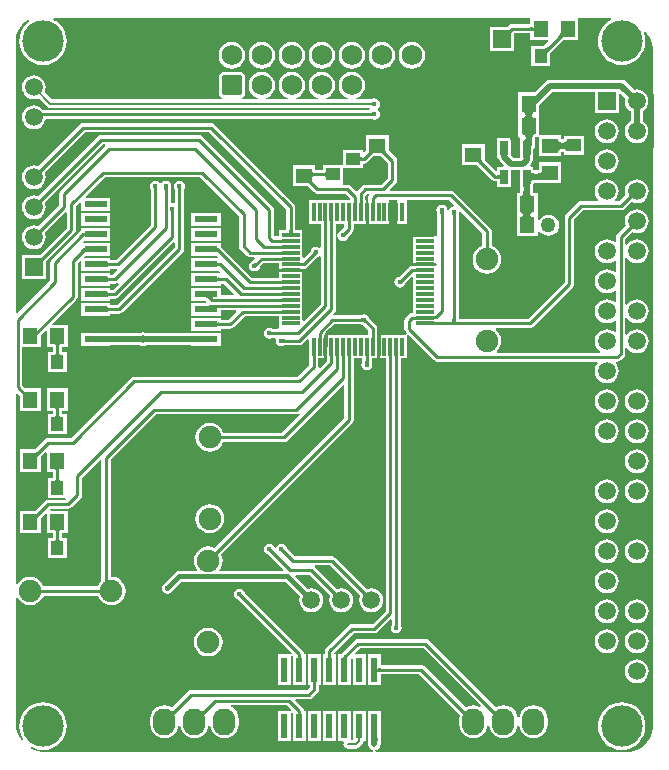
<source format=gtl>
G04*
G04 #@! TF.GenerationSoftware,Altium Limited,Altium Designer,18.1.5 (160)*
G04*
G04 Layer_Physical_Order=1*
G04 Layer_Color=255*
%FSTAX24Y24*%
%MOIN*%
G70*
G01*
G75*
%ADD17C,0.0100*%
%ADD18R,0.0433X0.0472*%
%ADD19R,0.0500X0.0550*%
%ADD20R,0.0472X0.0394*%
%ADD21R,0.0591X0.0118*%
%ADD22R,0.0118X0.0591*%
%ADD23R,0.0550X0.0500*%
%ADD24R,0.0472X0.0433*%
%ADD25R,0.0264X0.0461*%
%ADD26R,0.0240X0.0810*%
%ADD27R,0.0780X0.0220*%
%ADD43C,0.0680*%
%ADD51C,0.0080*%
%ADD52C,0.0150*%
%ADD53C,0.0200*%
%ADD54R,0.0750X0.0900*%
%ADD55O,0.0750X0.0900*%
%ADD56C,0.0591*%
%ADD57R,0.0591X0.0591*%
%ADD58R,0.0591X0.0591*%
%ADD59C,0.0600*%
%ADD60C,0.0750*%
%ADD61C,0.1380*%
G04:AMPARAMS|DCode=62|XSize=68mil|YSize=68mil|CornerRadius=8.5mil|HoleSize=0mil|Usage=FLASHONLY|Rotation=90.000|XOffset=0mil|YOffset=0mil|HoleType=Round|Shape=RoundedRectangle|*
%AMROUNDEDRECTD62*
21,1,0.0680,0.0510,0,0,90.0*
21,1,0.0510,0.0680,0,0,90.0*
1,1,0.0170,0.0255,0.0255*
1,1,0.0170,0.0255,-0.0255*
1,1,0.0170,-0.0255,-0.0255*
1,1,0.0170,-0.0255,0.0255*
%
%ADD62ROUNDEDRECTD62*%
%ADD63C,0.0160*%
%ADD64C,0.0500*%
%ADD65C,0.0250*%
G36*
X034415Y040244D02*
X034398Y040226D01*
X034359Y040182D01*
X034351Y04017D01*
X034345Y04016D01*
X034341Y040151D01*
X034339Y040143D01*
X03434Y040137D01*
X034343Y040132D01*
X034232Y040243D01*
X034237Y04024D01*
X034243Y040239D01*
X034251Y040241D01*
X03426Y040245D01*
X03427Y040251D01*
X034282Y040259D01*
X034295Y04027D01*
X034326Y040298D01*
X034344Y040315D01*
X034415Y040244D01*
D02*
G37*
G36*
X035089Y0402D02*
X035088Y040209D01*
X035085Y040218D01*
X03508Y040226D01*
X035073Y040232D01*
X035064Y040237D01*
X035053Y040242D01*
X035039Y040245D01*
X035024Y040248D01*
X035007Y04025D01*
X034988Y04025D01*
Y04035D01*
X035007Y04035D01*
X035024Y040352D01*
X035039Y040354D01*
X035053Y040358D01*
X035064Y040363D01*
X035073Y040368D01*
X03508Y040374D01*
X035085Y040382D01*
X035088Y040391D01*
X035089Y0404D01*
Y0402D01*
D02*
G37*
G36*
X036104Y040027D02*
X036098Y040034D01*
X036089Y040038D01*
X03608Y040038D01*
X036068Y040036D01*
X036055Y04003D01*
X03604Y040021D01*
X036023Y040009D01*
X036005Y039994D01*
X035963Y039955D01*
X035917Y040051D01*
X035936Y040071D01*
X035966Y040106D01*
X035977Y040122D01*
X035985Y040137D01*
X035991Y04015D01*
X035995Y040163D01*
X035995Y040174D01*
X035993Y040184D01*
X035989Y040193D01*
X036104Y040027D01*
D02*
G37*
G36*
X037698Y040597D02*
X0376Y040545D01*
X03748Y040446D01*
X037381Y040326D01*
X037308Y040188D01*
X037263Y04004D01*
X037248Y039885D01*
X037263Y03973D01*
X037308Y039581D01*
X037381Y039444D01*
X03748Y039323D01*
X0376Y039225D01*
X037738Y039151D01*
X037886Y039106D01*
X038041Y039091D01*
X038196Y039106D01*
X038345Y039151D01*
X038482Y039225D01*
X038603Y039323D01*
X038701Y039444D01*
X038775Y039581D01*
X03882Y03973D01*
X038835Y039885D01*
X03882Y04004D01*
X038775Y040188D01*
X038819Y040211D01*
X038897Y04012D01*
X038983Y039979D01*
X039047Y039826D01*
X039085Y039665D01*
X039098Y039504D01*
X039097Y0395D01*
Y01715D01*
X039098Y017146D01*
X039085Y016985D01*
X039047Y016824D01*
X038983Y016671D01*
X038897Y01653D01*
X038792Y016407D01*
X038788Y016405D01*
X038786Y016401D01*
X038685Y016318D01*
X038565Y016254D01*
X038436Y016215D01*
X038306Y016202D01*
X038301Y016203D01*
X029839D01*
X029834Y016253D01*
X029878Y016262D01*
X029944Y016306D01*
X029988Y016372D01*
X030004Y01645D01*
Y016545D01*
X03002D01*
Y016642D01*
X030021Y016646D01*
X03002Y01665D01*
Y016656D01*
X03002Y016657D01*
X03002Y016658D01*
Y017555D01*
X02958D01*
Y016658D01*
X02958Y016657D01*
X02958Y016656D01*
Y01665D01*
X029579Y016646D01*
X02958Y016642D01*
Y016545D01*
X029594D01*
X029596Y016512D01*
Y01645D01*
X029612Y016372D01*
X029656Y016306D01*
X029722Y016262D01*
X029766Y016253D01*
X029761Y016203D01*
X018745D01*
X018739Y016202D01*
X018588Y016217D01*
X018438Y016262D01*
X018335Y016317D01*
X018334Y01632D01*
X018377Y016354D01*
X018446Y016317D01*
X018595Y016271D01*
X01875Y016256D01*
X018905Y016271D01*
X019054Y016317D01*
X019191Y01639D01*
X019311Y016489D01*
X01941Y016609D01*
X019483Y016746D01*
X019529Y016895D01*
X019544Y01705D01*
X019529Y017205D01*
X019483Y017354D01*
X01941Y017491D01*
X019311Y017611D01*
X019191Y01771D01*
X019054Y017783D01*
X018905Y017829D01*
X01875Y017844D01*
X018595Y017829D01*
X018446Y017783D01*
X018309Y01771D01*
X018189Y017611D01*
X01809Y017491D01*
X018017Y017354D01*
X017971Y017205D01*
X017956Y01705D01*
X017971Y016895D01*
X018017Y016746D01*
X01809Y016609D01*
X018051Y016578D01*
X018008Y01663D01*
X017922Y016792D01*
X017868Y016967D01*
X017851Y017142D01*
X017853Y01715D01*
Y021316D01*
X017903Y021326D01*
X017905Y02132D01*
X017981Y021221D01*
X01808Y021145D01*
X018196Y021097D01*
X01832Y021081D01*
X018444Y021097D01*
X01856Y021145D01*
X018659Y021221D01*
X018735Y02132D01*
X018771Y021407D01*
X020579D01*
X020615Y02132D01*
X020691Y021221D01*
X02079Y021145D01*
X020906Y021097D01*
X02103Y021081D01*
X021154Y021097D01*
X02127Y021145D01*
X021369Y021221D01*
X021445Y02132D01*
X021493Y021436D01*
X021509Y02156D01*
X021493Y021684D01*
X021445Y0218D01*
X021369Y021899D01*
X02127Y021975D01*
X021154Y022023D01*
X02103Y022039D01*
X021003Y022063D01*
Y025937D01*
X022513Y027447D01*
X0272D01*
X027259Y027459D01*
X027298Y027485D01*
X02733Y027446D01*
X026717Y026833D01*
X024761D01*
X024725Y02692D01*
X024649Y027019D01*
X02455Y027095D01*
X024434Y027143D01*
X02431Y027159D01*
X024186Y027143D01*
X02407Y027095D01*
X023971Y027019D01*
X023895Y02692D01*
X023847Y026804D01*
X023831Y02668D01*
X023847Y026556D01*
X023895Y02644D01*
X023971Y026341D01*
X02407Y026265D01*
X024186Y026217D01*
X02431Y026201D01*
X024434Y026217D01*
X02455Y026265D01*
X024649Y026341D01*
X024725Y02644D01*
X024761Y026527D01*
X02678D01*
X026839Y026539D01*
X026888Y026572D01*
X028756Y028439D01*
X028802Y02842D01*
Y027323D01*
X024471Y022992D01*
X024384Y023027D01*
X02426Y023044D01*
X024136Y023027D01*
X02402Y02298D01*
X023921Y022903D01*
X023845Y022804D01*
X023797Y022689D01*
X023781Y022565D01*
X023797Y022441D01*
X023845Y022325D01*
X023885Y022273D01*
X02386Y022223D01*
X023295D01*
X023295Y022223D01*
X023226Y022209D01*
X023168Y022171D01*
X023168Y022171D01*
X022792Y021794D01*
X02277Y02178D01*
X02273Y02172D01*
X022716Y02165D01*
X02273Y02158D01*
X02277Y02152D01*
X02283Y02148D01*
X0229Y021466D01*
X02297Y02148D01*
X02303Y02152D01*
X023044Y021542D01*
X023369Y021866D01*
X024475D01*
X024502Y021872D01*
X026826D01*
X027324Y021374D01*
X027315Y021353D01*
X027301Y02125D01*
X027315Y021147D01*
X027355Y021051D01*
X027418Y020968D01*
X027501Y020905D01*
X027597Y020865D01*
X0277Y020851D01*
X027803Y020865D01*
X027899Y020905D01*
X027982Y020968D01*
X028045Y021051D01*
X028085Y021147D01*
X028099Y02125D01*
X028085Y021353D01*
X028045Y021449D01*
X027982Y021532D01*
X027899Y021595D01*
X027803Y021635D01*
X0277Y021649D01*
X027597Y021635D01*
X027576Y021626D01*
X027151Y022051D01*
X027171Y022097D01*
X027637D01*
X028334Y0214D01*
X028315Y021353D01*
X028301Y02125D01*
X028315Y021147D01*
X028355Y021051D01*
X028418Y020968D01*
X028501Y020905D01*
X028597Y020865D01*
X0287Y020851D01*
X028803Y020865D01*
X028899Y020905D01*
X028982Y020968D01*
X029045Y021051D01*
X029085Y021147D01*
X029099Y02125D01*
X029085Y021353D01*
X029045Y021449D01*
X028982Y021532D01*
X028899Y021595D01*
X028803Y021635D01*
X0287Y021649D01*
X028597Y021635D01*
X02855Y021616D01*
X027808Y022358D01*
X027803Y022362D01*
X027818Y022412D01*
X028322D01*
X029334Y0214D01*
X029315Y021353D01*
X029301Y02125D01*
X029315Y021147D01*
X029355Y021051D01*
X029418Y020968D01*
X029501Y020905D01*
X029597Y020865D01*
X0297Y020851D01*
X029803Y020865D01*
X029899Y020905D01*
X029982Y020968D01*
X030045Y021051D01*
X030085Y021147D01*
X030099Y02125D01*
X030085Y021353D01*
X030045Y021449D01*
X029982Y021532D01*
X029899Y021595D01*
X029803Y021635D01*
X0297Y021649D01*
X029597Y021635D01*
X02955Y021616D01*
X028493Y022673D01*
X028444Y022706D01*
X028385Y022718D01*
X027149D01*
X026875Y022991D01*
X02687Y02302D01*
X02683Y02308D01*
X02677Y02312D01*
X0267Y023134D01*
X02663Y02312D01*
X02657Y02308D01*
X02653Y02302D01*
X026528Y023009D01*
X026475Y022991D01*
X02647Y02302D01*
X02643Y02308D01*
X02637Y02312D01*
X0263Y023134D01*
X02623Y02312D01*
X02617Y02308D01*
X02613Y02302D01*
X026116Y02295D01*
X02613Y02288D01*
X02617Y02282D01*
X02623Y02278D01*
X026259Y022775D01*
X026759Y022275D01*
X02674Y022228D01*
X024657D01*
X024635Y022273D01*
X024675Y022325D01*
X024723Y022441D01*
X024739Y022565D01*
X024723Y022689D01*
X024687Y022775D01*
X029063Y027151D01*
X029096Y027201D01*
X029108Y027259D01*
Y029311D01*
X029397D01*
Y029195D01*
X02938Y02917D01*
X029366Y0291D01*
X02938Y02903D01*
X02942Y02897D01*
X02948Y02893D01*
X02955Y028916D01*
X02962Y02893D01*
X02968Y02897D01*
X02972Y02903D01*
X029734Y0291D01*
X02972Y02917D01*
X029703Y029195D01*
Y029311D01*
X029901D01*
Y030101D01*
X029895D01*
Y030308D01*
X029883Y030366D01*
X02985Y030416D01*
X029625Y030641D01*
X02962Y03067D01*
X02958Y03073D01*
X02952Y03077D01*
X02945Y030784D01*
X02938Y03077D01*
X029355Y030753D01*
X02844D01*
X028419Y030803D01*
X028472Y030856D01*
X028505Y030906D01*
X028517Y030964D01*
Y033799D01*
X028802D01*
Y033678D01*
X028709Y033585D01*
X02868Y03358D01*
X02862Y03354D01*
X02858Y03348D01*
X028566Y03341D01*
X02858Y03334D01*
X02862Y03328D01*
X02868Y03324D01*
X02875Y033226D01*
X02882Y03324D01*
X02888Y03328D01*
X02892Y03334D01*
X028925Y033369D01*
X029063Y033507D01*
X029096Y033556D01*
X029108Y033615D01*
Y033799D01*
X029507D01*
Y034589D01*
X029501D01*
Y034735D01*
X029563Y034796D01*
X029611Y034791D01*
X029627Y034747D01*
X029601Y034709D01*
X029589Y03465D01*
Y034589D01*
X029583D01*
Y033799D01*
X030295D01*
Y034589D01*
X030342Y034597D01*
X030521D01*
X030567Y034589D01*
X030567Y034547D01*
Y033799D01*
X030885D01*
Y034547D01*
X030885Y034589D01*
X030932Y034597D01*
X032287D01*
X032454Y03443D01*
X032433Y03438D01*
X03238Y03437D01*
X03232Y03433D01*
X03228Y03427D01*
X03228Y03427D01*
X032229Y03427D01*
X03222Y03432D01*
X03218Y03438D01*
X03212Y03442D01*
X03205Y034434D01*
X03198Y03442D01*
X03192Y03438D01*
X03188Y03432D01*
X031866Y03425D01*
X03188Y03418D01*
X031897Y034155D01*
Y033435D01*
X031889Y033389D01*
X031847Y033389D01*
X031099D01*
Y03307D01*
Y032874D01*
Y03248D01*
X031861Y03248D01*
X031883Y032442D01*
X031861Y032404D01*
X031099D01*
Y032398D01*
X031045D01*
X030987Y032387D01*
X030937Y032353D01*
X030609Y032025D01*
X03058Y03202D01*
X03052Y03198D01*
X03048Y03192D01*
X030466Y03185D01*
X03048Y03178D01*
X03052Y03172D01*
X03058Y03168D01*
X03065Y031666D01*
X03072Y03168D01*
X03078Y03172D01*
X03082Y03178D01*
X030825Y031809D01*
X031053Y032036D01*
X031099Y032017D01*
Y031693D01*
Y031299D01*
Y030823D01*
X03105D01*
X030991Y030812D01*
X030942Y030779D01*
X030842Y030679D01*
X030809Y030629D01*
X030797Y03057D01*
Y0303D01*
X030809Y030241D01*
X030842Y030192D01*
X030883Y030151D01*
X030862Y030101D01*
X030845Y030101D01*
X029977D01*
Y029311D01*
X03018D01*
Y020896D01*
X029737Y020453D01*
X02905D01*
X028991Y020441D01*
X028942Y020408D01*
X028192Y019658D01*
X028159Y019609D01*
X028147Y01955D01*
Y019445D01*
X02808D01*
Y018435D01*
X02852D01*
Y019445D01*
X028473D01*
X028461Y019495D01*
X029113Y020147D01*
X0298D01*
X029859Y020159D01*
X029908Y020192D01*
X03033Y020614D01*
X030377Y020595D01*
Y020425D01*
X03036Y0204D01*
X030346Y02033D01*
X03036Y020259D01*
X0304Y0202D01*
X030459Y02016D01*
X03053Y020146D01*
X0306Y02016D01*
X030659Y0202D01*
X030699Y020259D01*
X030713Y02033D01*
X030699Y0204D01*
X030682Y020425D01*
Y029311D01*
X030885D01*
Y030059D01*
X030885Y030078D01*
X030935Y030098D01*
X031792Y029242D01*
X031841Y029209D01*
X0319Y029197D01*
X03722D01*
X037244Y029147D01*
X037196Y029084D01*
X037156Y028988D01*
X037143Y028885D01*
X037156Y028781D01*
X037196Y028685D01*
X037259Y028603D01*
X037342Y028539D01*
X037438Y0285D01*
X037541Y028486D01*
X037645Y0285D01*
X037741Y028539D01*
X037823Y028603D01*
X037887Y028685D01*
X037926Y028781D01*
X03794Y028885D01*
X037926Y028988D01*
X037887Y029084D01*
X037838Y029147D01*
X037863Y029197D01*
X0379D01*
X037959Y029209D01*
X038008Y029242D01*
X038115Y029349D01*
X038148Y029398D01*
X03816Y029457D01*
Y029651D01*
X03821Y029668D01*
X038259Y029603D01*
X038342Y029539D01*
X038438Y0295D01*
X038541Y029486D01*
X038645Y0295D01*
X038741Y029539D01*
X038823Y029603D01*
X038887Y029685D01*
X038926Y029781D01*
X03894Y029885D01*
X038926Y029988D01*
X038887Y030084D01*
X038823Y030167D01*
X038741Y03023D01*
X038645Y03027D01*
X038541Y030283D01*
X038438Y03027D01*
X038342Y03023D01*
X038259Y030167D01*
X03821Y030102D01*
X03816Y030119D01*
Y030651D01*
X03821Y030668D01*
X038259Y030603D01*
X038342Y030539D01*
X038438Y0305D01*
X038541Y030486D01*
X038645Y0305D01*
X038741Y030539D01*
X038823Y030603D01*
X038887Y030685D01*
X038926Y030781D01*
X03894Y030885D01*
X038926Y030988D01*
X038887Y031084D01*
X038823Y031167D01*
X038741Y03123D01*
X038645Y03127D01*
X038541Y031283D01*
X038438Y03127D01*
X038342Y03123D01*
X038259Y031167D01*
X03821Y031102D01*
X03816Y031119D01*
Y032651D01*
X03821Y032668D01*
X038259Y032603D01*
X038342Y032539D01*
X038438Y0325D01*
X038541Y032486D01*
X038645Y0325D01*
X038741Y032539D01*
X038823Y032603D01*
X038887Y032685D01*
X038926Y032781D01*
X03894Y032885D01*
X038926Y032988D01*
X038887Y033084D01*
X038823Y033167D01*
X038741Y03323D01*
X038645Y03327D01*
X038541Y033283D01*
X038438Y03327D01*
X038342Y03323D01*
X038259Y033167D01*
X03821Y033102D01*
X03816Y033119D01*
Y033287D01*
X038392Y033519D01*
X038438Y0335D01*
X038541Y033486D01*
X038645Y0335D01*
X038741Y033539D01*
X038823Y033603D01*
X038887Y033685D01*
X038926Y033781D01*
X03894Y033885D01*
X038926Y033988D01*
X038887Y034084D01*
X038823Y034167D01*
X038741Y03423D01*
X038645Y03427D01*
X038541Y034283D01*
X038438Y03427D01*
X038342Y03423D01*
X038259Y034167D01*
X038196Y034084D01*
X038156Y033988D01*
X038143Y033885D01*
X038156Y033781D01*
X038175Y033735D01*
X037899Y033458D01*
X037865Y033409D01*
X037854Y03335D01*
Y033206D01*
X037804Y033182D01*
X037741Y03323D01*
X037645Y03327D01*
X037541Y033283D01*
X037438Y03327D01*
X037342Y03323D01*
X037259Y033167D01*
X037196Y033084D01*
X037156Y032988D01*
X037143Y032885D01*
X037156Y032781D01*
X037196Y032685D01*
X037259Y032603D01*
X037342Y032539D01*
X037438Y0325D01*
X037541Y032486D01*
X037645Y0325D01*
X037741Y032539D01*
X037804Y032588D01*
X037854Y032563D01*
Y032206D01*
X037804Y032182D01*
X037741Y03223D01*
X037645Y03227D01*
X037541Y032283D01*
X037438Y03227D01*
X037342Y03223D01*
X037259Y032167D01*
X037196Y032084D01*
X037156Y031988D01*
X037143Y031885D01*
X037156Y031781D01*
X037196Y031685D01*
X037259Y031603D01*
X037342Y031539D01*
X037438Y0315D01*
X037541Y031486D01*
X037645Y0315D01*
X037741Y031539D01*
X037804Y031588D01*
X037854Y031563D01*
Y031206D01*
X037804Y031182D01*
X037741Y03123D01*
X037645Y03127D01*
X037541Y031283D01*
X037438Y03127D01*
X037342Y03123D01*
X037259Y031167D01*
X037196Y031084D01*
X037156Y030988D01*
X037143Y030885D01*
X037156Y030781D01*
X037196Y030685D01*
X037259Y030603D01*
X037342Y030539D01*
X037438Y0305D01*
X037541Y030486D01*
X037645Y0305D01*
X037741Y030539D01*
X037804Y030588D01*
X037854Y030563D01*
Y030206D01*
X037804Y030182D01*
X037741Y03023D01*
X037645Y03027D01*
X037541Y030283D01*
X037438Y03027D01*
X037342Y03023D01*
X037259Y030167D01*
X037196Y030084D01*
X037156Y029988D01*
X037143Y029885D01*
X037156Y029781D01*
X037196Y029685D01*
X037259Y029603D01*
X037324Y029553D01*
X037307Y029503D01*
X033891D01*
X033875Y02955D01*
X033889Y029561D01*
X033965Y02966D01*
X034013Y029776D01*
X034029Y0299D01*
X034013Y030024D01*
X033965Y03014D01*
X033889Y030239D01*
X033847Y030271D01*
X033864Y030321D01*
X034974D01*
X035032Y030332D01*
X035082Y030365D01*
X036408Y031692D01*
X036441Y031741D01*
X036453Y0318D01*
Y033937D01*
X036763Y034247D01*
X038026D01*
X038085Y034259D01*
X038134Y034292D01*
X03837Y034528D01*
X038438Y0345D01*
X038541Y034486D01*
X038645Y0345D01*
X038741Y034539D01*
X038823Y034603D01*
X038887Y034685D01*
X038926Y034781D01*
X03894Y034885D01*
X038926Y034988D01*
X038887Y035084D01*
X038823Y035167D01*
X038741Y03523D01*
X038645Y03527D01*
X038541Y035283D01*
X038438Y03527D01*
X038342Y03523D01*
X038259Y035167D01*
X038196Y035084D01*
X038156Y034988D01*
X038143Y034885D01*
X038156Y034781D01*
X038166Y034757D01*
X037963Y034553D01*
X037836D01*
X03782Y0346D01*
X037823Y034603D01*
X037887Y034685D01*
X037926Y034781D01*
X03794Y034885D01*
X037926Y034988D01*
X037887Y035084D01*
X037823Y035167D01*
X037741Y03523D01*
X037645Y03527D01*
X037541Y035283D01*
X037438Y03527D01*
X037342Y03523D01*
X037259Y035167D01*
X037196Y035084D01*
X037156Y034988D01*
X037143Y034885D01*
X037156Y034781D01*
X037196Y034685D01*
X037259Y034603D01*
X037263Y0346D01*
X037247Y034553D01*
X0367D01*
X036641Y034541D01*
X036592Y034508D01*
X036192Y034108D01*
X036159Y034059D01*
X036147Y034D01*
Y031863D01*
X03491Y030627D01*
X032603D01*
Y034105D01*
X03262Y03413D01*
X03263Y034183D01*
X03268Y034204D01*
X033397Y033487D01*
Y033061D01*
X03331Y033025D01*
X033211Y032949D01*
X033135Y03285D01*
X033087Y032734D01*
X033071Y03261D01*
X033087Y032486D01*
X033135Y03237D01*
X033211Y032271D01*
X03331Y032195D01*
X033426Y032147D01*
X03355Y032131D01*
X033674Y032147D01*
X03379Y032195D01*
X033889Y032271D01*
X033965Y03237D01*
X034013Y032486D01*
X034029Y03261D01*
X034013Y032734D01*
X033965Y03285D01*
X033889Y032949D01*
X03379Y033025D01*
X033703Y033061D01*
Y03355D01*
X033691Y033609D01*
X033658Y033658D01*
X032458Y034858D01*
X032409Y034891D01*
X03235Y034903D01*
X030335D01*
X030315Y034949D01*
X030508Y035142D01*
X030541Y035191D01*
X030553Y03525D01*
Y0359D01*
X030541Y035959D01*
X030508Y036008D01*
X030298Y036218D01*
X030282Y036235D01*
X030275Y036244D01*
Y03675D01*
X029525D01*
Y036245D01*
X029506Y036222D01*
X029467Y036183D01*
X029421Y036202D01*
Y036253D01*
X028748D01*
Y035741D01*
X028079D01*
Y035597D01*
X027825D01*
Y03575D01*
X027075D01*
Y03505D01*
X027579D01*
X027582Y035048D01*
X027606Y035028D01*
X027792Y034842D01*
X027841Y034809D01*
X0279Y034797D01*
X028837D01*
X028994Y034639D01*
X028988Y034589D01*
X027615D01*
Y033799D01*
X028014D01*
Y033011D01*
X027964Y03299D01*
X02792Y03302D01*
X02785Y033034D01*
X02778Y03302D01*
X02772Y03298D01*
X02768Y03292D01*
X027675Y032891D01*
X027445Y032661D01*
X027401Y032688D01*
Y032874D01*
Y033267D01*
Y033585D01*
X027159D01*
Y034344D01*
X027147Y034403D01*
X027114Y034452D01*
X024458Y037108D01*
X024409Y037141D01*
X02435Y037153D01*
X0201D01*
X020041Y037141D01*
X019992Y037108D01*
X0186Y035716D01*
X018553Y035735D01*
X01845Y035749D01*
X018347Y035735D01*
X018251Y035695D01*
X018168Y035632D01*
X018105Y035549D01*
X018065Y035453D01*
X018051Y03535D01*
X018065Y035247D01*
X018105Y035151D01*
X018168Y035068D01*
X018251Y035005D01*
X018347Y034965D01*
X01845Y034951D01*
X018553Y034965D01*
X018649Y035005D01*
X018732Y035068D01*
X018795Y035151D01*
X018835Y035247D01*
X018849Y03535D01*
X018835Y035453D01*
X018816Y0355D01*
X020163Y036847D01*
X024287D01*
X026853Y034281D01*
Y033585D01*
X026611D01*
Y033382D01*
X026463D01*
X026453Y033393D01*
Y03425D01*
X026441Y034309D01*
X026408Y034358D01*
X024058Y036708D01*
X024009Y036741D01*
X02395Y036753D01*
X0207D01*
X020641Y036741D01*
X020592Y036708D01*
X0186Y034716D01*
X018553Y034735D01*
X01845Y034749D01*
X018347Y034735D01*
X018251Y034695D01*
X018168Y034632D01*
X018105Y034549D01*
X018065Y034453D01*
X018051Y03435D01*
X018065Y034247D01*
X018105Y034151D01*
X018168Y034068D01*
X018251Y034005D01*
X018347Y033965D01*
X01845Y033951D01*
X018553Y033965D01*
X018649Y034005D01*
X018732Y034068D01*
X018795Y034151D01*
X018835Y034247D01*
X018849Y03435D01*
X018835Y034453D01*
X018816Y0345D01*
X020763Y036447D01*
X020812D01*
X020817Y036441D01*
X020831Y036397D01*
X019342Y034908D01*
X019309Y034859D01*
X019297Y0348D01*
Y034413D01*
X0186Y033716D01*
X018553Y033735D01*
X01845Y033749D01*
X018347Y033735D01*
X018251Y033695D01*
X018168Y033632D01*
X018105Y033549D01*
X018065Y033453D01*
X018051Y03335D01*
X018065Y033247D01*
X018105Y033151D01*
X018168Y033068D01*
X018251Y033005D01*
X018347Y032965D01*
X01845Y032951D01*
X018553Y032965D01*
X018649Y033005D01*
X018732Y033068D01*
X018795Y033151D01*
X018835Y033247D01*
X018849Y03335D01*
X018835Y033453D01*
X018816Y0335D01*
X019501Y034185D01*
X019547Y034165D01*
Y033663D01*
X018653Y03277D01*
X018638Y032755D01*
X018626Y032745D01*
X018055D01*
Y031955D01*
X018845D01*
Y032525D01*
X018866Y03255D01*
X019808Y033492D01*
X019841Y033541D01*
X019853Y0336D01*
Y034387D01*
X019974Y034508D01*
X02002Y034488D01*
Y03424D01*
X021D01*
Y03466D01*
X020192D01*
X020172Y034706D01*
X020815Y035348D01*
X023985D01*
X025288Y034046D01*
Y033059D01*
X0253Y033D01*
X025333Y032951D01*
X025556Y032728D01*
X025606Y032695D01*
X025664Y032683D01*
X025801D01*
X02582Y032637D01*
X025759Y032575D01*
X02573Y03257D01*
X02567Y03253D01*
X02563Y03247D01*
X025616Y0324D01*
X02563Y03233D01*
X02567Y03227D01*
X02573Y03223D01*
X0258Y032216D01*
X02587Y03223D01*
X02593Y03227D01*
X02597Y03233D01*
X025975Y032359D01*
X026102Y032486D01*
X026611D01*
Y032283D01*
X027401D01*
Y032289D01*
X027442D01*
X027501Y032301D01*
X02755Y032334D01*
X027891Y032675D01*
X02792Y03268D01*
X027964Y03271D01*
X028014Y032689D01*
Y031131D01*
X027447Y030564D01*
X027401Y030583D01*
Y031102D01*
Y031496D01*
Y031889D01*
Y032207D01*
X026611D01*
Y032005D01*
X025712D01*
X02468Y033036D01*
Y03316D01*
X0237D01*
Y03274D01*
X024544D01*
X024578Y032706D01*
X024558Y03266D01*
X0237D01*
Y03224D01*
X024634D01*
X024663Y032204D01*
X024644Y03216D01*
X0237D01*
Y03174D01*
X02468D01*
Y031797D01*
X02479D01*
X025127Y03146D01*
X025108Y031414D01*
X02468D01*
Y03166D01*
X0237D01*
Y03124D01*
X024162D01*
X024164Y03124D01*
X024168Y031232D01*
X024177Y031215D01*
X02418Y031208D01*
X024182Y0312D01*
X024182Y031184D01*
X024167Y03116D01*
X0237D01*
Y03074D01*
X02468D01*
Y030911D01*
X02518D01*
X025199Y030865D01*
X024937Y030603D01*
X02468D01*
Y03066D01*
X0237D01*
Y03024D01*
X02468D01*
Y030297D01*
X025D01*
X025059Y030309D01*
X025108Y030342D01*
X025481Y030714D01*
X026611D01*
Y030315D01*
X026565Y030303D01*
X026395D01*
X02637Y03032D01*
X0263Y030334D01*
X02623Y03032D01*
X02617Y03028D01*
X02613Y03022D01*
X026116Y03015D01*
X02613Y03008D01*
X02617Y03002D01*
X02623Y02998D01*
X0263Y029966D01*
X02637Y02998D01*
X026395Y029997D01*
X026493D01*
X026526Y029947D01*
X026516Y0299D01*
X02653Y02983D01*
X02657Y02977D01*
X02663Y02973D01*
X0267Y029716D01*
X02677Y02973D01*
X026795Y029747D01*
X0273D01*
X027359Y029759D01*
X027408Y029792D01*
X027568Y029952D01*
X027615Y029933D01*
Y029311D01*
X027621D01*
Y029087D01*
X027237Y028703D01*
X0218D01*
X021741Y028691D01*
X021692Y028658D01*
X019687Y026653D01*
X01893D01*
X018871Y026641D01*
X018822Y026608D01*
X018512Y026298D01*
X018495Y026282D01*
X018486Y026275D01*
X01798D01*
Y025525D01*
X01868D01*
Y026029D01*
X018682Y026032D01*
X018702Y026056D01*
X018834Y026188D01*
X01888Y026168D01*
Y025525D01*
X019077D01*
Y025336D01*
X018917D01*
Y024664D01*
X019478D01*
X019505Y024614D01*
X019498Y024603D01*
X01893D01*
X018871Y024591D01*
X018822Y024558D01*
X018512Y024248D01*
X018495Y024232D01*
X018486Y024225D01*
X01798D01*
Y023475D01*
X01868D01*
Y023979D01*
X018682Y023982D01*
X018702Y024006D01*
X018834Y024138D01*
X01888Y024118D01*
Y023475D01*
X019077D01*
Y023336D01*
X018917D01*
Y022664D01*
X01955D01*
Y023336D01*
X019383D01*
Y023475D01*
X01958D01*
Y024225D01*
X019014D01*
X01899Y024275D01*
X019007Y024297D01*
X0196D01*
X019659Y024309D01*
X019708Y024342D01*
X020008Y024642D01*
X020041Y024691D01*
X020053Y02475D01*
Y025337D01*
X020651Y025935D01*
X020697Y025915D01*
Y021903D01*
X020691Y021899D01*
X020615Y0218D01*
X020579Y021713D01*
X018771D01*
X018735Y0218D01*
X018659Y021899D01*
X01856Y021975D01*
X018444Y022023D01*
X01832Y022039D01*
X018196Y022023D01*
X01808Y021975D01*
X017981Y021899D01*
X017905Y0218D01*
X017903Y021794D01*
X017853Y021804D01*
X017853Y02813D01*
X017899Y028149D01*
X017954Y028094D01*
X017968Y028079D01*
X017977Y028068D01*
X01798Y028064D01*
Y02756D01*
X01868D01*
Y02831D01*
X018175D01*
X018152Y028329D01*
X018056Y028425D01*
Y029675D01*
X01868D01*
Y030084D01*
X018834Y030238D01*
X01888Y030219D01*
Y029675D01*
X019077D01*
Y029536D01*
X018917D01*
Y028864D01*
X01955D01*
Y029536D01*
X019383D01*
Y029675D01*
X01958D01*
Y030425D01*
X019086D01*
X019067Y030471D01*
X019858Y031262D01*
X019891Y031312D01*
X019903Y03137D01*
Y032497D01*
X019974Y032568D01*
X02002Y032548D01*
Y03224D01*
X021D01*
Y032297D01*
X02121D01*
X021231Y032247D01*
X021087Y032103D01*
X021D01*
Y03216D01*
X02002D01*
Y03174D01*
X021D01*
Y031797D01*
X02115D01*
X021209Y031809D01*
X021248Y031835D01*
X02128Y031796D01*
X021087Y031603D01*
X021D01*
Y03166D01*
X02002D01*
Y03124D01*
X021D01*
Y031297D01*
X02115D01*
X021209Y031309D01*
X021258Y031342D01*
X023101Y033185D01*
X023147Y033165D01*
Y033013D01*
X021237Y031103D01*
X021D01*
Y03116D01*
X02002D01*
Y03074D01*
X021D01*
Y030797D01*
X0213D01*
X021359Y030809D01*
X021408Y030842D01*
X023408Y032842D01*
X023441Y032891D01*
X023453Y03295D01*
Y034955D01*
X02347Y03498D01*
X023484Y03505D01*
X02347Y03512D01*
X02343Y03518D01*
X02337Y03522D01*
X0233Y035234D01*
X02323Y03522D01*
X02317Y03518D01*
X02313Y03512D01*
X023116Y03505D01*
X02313Y03498D01*
X023147Y034955D01*
Y034507D01*
X023097Y034474D01*
X02305Y034484D01*
X023042Y034482D01*
X023003Y034514D01*
Y034955D01*
X02302Y03498D01*
X023034Y03505D01*
X02302Y03512D01*
X02298Y03518D01*
X02292Y03522D01*
X02285Y035234D01*
X02278Y03522D01*
X02272Y03518D01*
X022705Y035157D01*
X022645D01*
X02263Y03518D01*
X02257Y03522D01*
X0225Y035234D01*
X02243Y03522D01*
X02237Y03518D01*
X02233Y03512D01*
X022316Y03505D01*
X02233Y03498D01*
X022347Y034955D01*
Y033763D01*
X021187Y032603D01*
X021D01*
Y03266D01*
X020132D01*
X020112Y032706D01*
X020145Y032739D01*
X020147Y03274D01*
X021D01*
Y03316D01*
X020131D01*
X02013Y03316D01*
X020127Y03316D01*
X020125D01*
X020121Y033161D01*
X020117Y03316D01*
X020092D01*
X020072Y033206D01*
X020106Y03324D01*
X021D01*
Y03366D01*
X02002D01*
Y033577D01*
X019992Y033558D01*
X019042Y032608D01*
X019009Y032559D01*
X018997Y0325D01*
Y031913D01*
X017899Y030815D01*
X017853Y030835D01*
Y03895D01*
Y039946D01*
X017852Y039951D01*
X017865Y040083D01*
X017905Y040215D01*
X01797Y040336D01*
X018054Y040439D01*
X018058Y040442D01*
X018061Y040446D01*
X018164Y04053D01*
X018267Y040585D01*
X018277Y040583D01*
X01829Y040529D01*
X018189Y040446D01*
X01809Y040326D01*
X018017Y040188D01*
X017971Y04004D01*
X017956Y039885D01*
X017971Y03973D01*
X018017Y039581D01*
X01809Y039444D01*
X018189Y039323D01*
X018309Y039225D01*
X018446Y039151D01*
X018595Y039106D01*
X01875Y039091D01*
X018905Y039106D01*
X019054Y039151D01*
X019191Y039225D01*
X019311Y039323D01*
X01941Y039444D01*
X019483Y039581D01*
X019529Y03973D01*
X019544Y039885D01*
X019529Y04004D01*
X019483Y040188D01*
X01941Y040326D01*
X019311Y040446D01*
X019191Y040545D01*
X019093Y040597D01*
X019106Y040647D01*
X034987D01*
Y040453D01*
X0344D01*
X034341Y040441D01*
X034292Y040408D01*
X034247Y040363D01*
X03423Y040348D01*
X034227Y040345D01*
X033655D01*
Y039555D01*
X034445D01*
Y040126D01*
X034464Y040147D01*
X034987D01*
Y039925D01*
X03558D01*
X035599Y039879D01*
X035481Y03976D01*
X035464Y039744D01*
X035453Y039736D01*
X035432D01*
X035428Y039737D01*
X035424Y039736D01*
X03502D01*
Y039064D01*
X035653D01*
Y039484D01*
X035653Y039485D01*
X035653Y039486D01*
Y039496D01*
X035655Y039498D01*
X035675Y039522D01*
X036054Y039902D01*
X036072Y039918D01*
X036081Y039925D01*
X036587D01*
Y040647D01*
X037686D01*
X037698Y040597D01*
D02*
G37*
G36*
X035623Y039615D02*
X035604Y039596D01*
X035574Y03956D01*
X035563Y039544D01*
X035554Y039529D01*
X035549Y039516D01*
X035546Y039504D01*
X035545Y039492D01*
X035547Y039483D01*
X035552Y039474D01*
X03543Y039635D01*
X035437Y039628D01*
X035446Y039625D01*
X035456Y039624D01*
X035467Y039627D01*
X035481Y039633D01*
X035496Y039641D01*
X035512Y039653D01*
X03553Y039667D01*
X035572Y039706D01*
X035623Y039615D01*
D02*
G37*
G36*
X029793Y036152D02*
X029784Y036157D01*
X029774Y036159D01*
X029763Y036158D01*
X02975Y036155D01*
X029737Y036149D01*
X029722Y03614D01*
X029706Y036129D01*
X029689Y036116D01*
X029651Y03608D01*
X029555Y036126D01*
X029577Y036148D01*
X029609Y036186D01*
X029621Y036203D01*
X02963Y036218D01*
X029636Y036231D01*
X029638Y036243D01*
X029638Y036253D01*
X029634Y036261D01*
X029627Y036268D01*
X029793Y036152D01*
D02*
G37*
G36*
X030166Y036261D02*
X030162Y036253D01*
X030162Y036243D01*
X030164Y036231D01*
X03017Y036218D01*
X030179Y036203D01*
X030191Y036186D01*
X030206Y036168D01*
X030245Y036126D01*
X030149Y03608D01*
X030129Y036099D01*
X030094Y036129D01*
X030078Y03614D01*
X030063Y036149D01*
X03005Y036155D01*
X030037Y036158D01*
X030026Y036159D01*
X030016Y036157D01*
X030007Y036152D01*
X030173Y036268D01*
X030166Y036261D01*
D02*
G37*
G36*
X029321Y036046D02*
X029324Y036038D01*
X029329Y03603D01*
X029336Y036024D01*
X029345Y036018D01*
X029356Y036014D01*
X029369Y03601D01*
X029384Y036008D01*
X029401Y036006D01*
X02942Y036006D01*
Y035906D01*
X029401Y035905D01*
X029384Y035904D01*
X029369Y035901D01*
X029356Y035898D01*
X029345Y035893D01*
X029336Y035888D01*
X029329Y035881D01*
X029324Y035874D01*
X029321Y035865D01*
X02932Y035856D01*
Y036056D01*
X029321Y036046D01*
D02*
G37*
G36*
X028182Y035344D02*
X028181Y035354D01*
X028177Y035362D01*
X028172Y03537D01*
X028165Y035376D01*
X028156Y035382D01*
X028145Y035386D01*
X028132Y03539D01*
X028117Y035392D01*
X0281Y035394D01*
X02808Y035394D01*
Y035494D01*
X0281Y035495D01*
X028117Y035496D01*
X028132Y035499D01*
X028145Y035502D01*
X028156Y035507D01*
X028165Y035512D01*
X028172Y035519D01*
X028177Y035526D01*
X028181Y035535D01*
X028182Y035544D01*
Y035344D01*
D02*
G37*
G36*
X027724Y035535D02*
X027727Y035526D01*
X027732Y035519D01*
X027739Y035512D01*
X027748Y035507D01*
X027759Y035502D01*
X027772Y035499D01*
X027787Y035496D01*
X027805Y035495D01*
X027824Y035494D01*
Y035394D01*
X027805Y035394D01*
X027787Y035392D01*
X027772Y03539D01*
X027759Y035386D01*
X027748Y035382D01*
X027739Y035376D01*
X027732Y03537D01*
X027727Y035362D01*
X027724Y035354D01*
X027723Y035344D01*
Y035544D01*
X027724Y035535D01*
D02*
G37*
G36*
X027716Y035261D02*
X027712Y035253D01*
X027712Y035243D01*
X027714Y035231D01*
X02772Y035218D01*
X027729Y035203D01*
X027741Y035186D01*
X027756Y035168D01*
X027795Y035126D01*
X027699Y03508D01*
X027679Y035099D01*
X027644Y035129D01*
X027628Y03514D01*
X027613Y035149D01*
X0276Y035155D01*
X027587Y035158D01*
X027576Y035159D01*
X027566Y035157D01*
X027557Y035152D01*
X027723Y035268D01*
X027716Y035261D01*
D02*
G37*
G36*
X023355Y034991D02*
X023354Y034989D01*
X023353Y034986D01*
X023352Y034982D01*
X023352Y034977D01*
X023351Y034964D01*
X02335Y03494D01*
X02325D01*
X02325Y034949D01*
X023248Y034982D01*
X023247Y034986D01*
X023246Y034989D01*
X023245Y034991D01*
X023244Y034993D01*
X023356D01*
X023355Y034991D01*
D02*
G37*
G36*
X022905D02*
X022904Y034989D01*
X022903Y034986D01*
X022902Y034982D01*
X022901Y034977D01*
X022901Y034964D01*
X0229Y03494D01*
X0228D01*
X0228Y034949D01*
X022798Y034982D01*
X022797Y034986D01*
X022796Y034989D01*
X022795Y034991D01*
X022794Y034993D01*
X022906D01*
X022905Y034991D01*
D02*
G37*
G36*
X022555D02*
X022554Y034989D01*
X022553Y034986D01*
X022552Y034982D01*
X022552Y034977D01*
X022551Y034964D01*
X02255Y03494D01*
X02245D01*
X02245Y034949D01*
X022448Y034982D01*
X022447Y034986D01*
X022446Y034989D01*
X022445Y034991D01*
X022444Y034993D01*
X022556D01*
X022555Y034991D01*
D02*
G37*
G36*
X030032Y036048D02*
X030056Y036028D01*
X030247Y035837D01*
Y035313D01*
X030037Y035103D01*
X0295D01*
X029441Y035091D01*
X029392Y035058D01*
X02924Y034907D01*
X02923Y034891D01*
X02918Y034886D01*
X029008Y035058D01*
X028959Y035091D01*
X0289Y035103D01*
X028765D01*
X028752Y035147D01*
X028752D01*
Y035659D01*
X029421D01*
Y035803D01*
X029456D01*
X029514Y035815D01*
X029564Y035848D01*
X029741Y036024D01*
X029756Y036038D01*
X029767Y036047D01*
X029771Y03605D01*
X030029D01*
X030032Y036048D01*
D02*
G37*
G36*
X032105Y034191D02*
X032104Y034189D01*
X032103Y034186D01*
X032102Y034182D01*
X032102Y034177D01*
X032101Y034164D01*
X0321Y03414D01*
X032D01*
X032Y034149D01*
X031998Y034182D01*
X031997Y034186D01*
X031996Y034189D01*
X031995Y034191D01*
X031994Y034193D01*
X032106D01*
X032105Y034191D01*
D02*
G37*
G36*
X032505Y034141D02*
X032504Y034139D01*
X032503Y034136D01*
X032502Y034132D01*
X032501Y034127D01*
X032501Y034114D01*
X0325Y03409D01*
X0324D01*
X0324Y034099D01*
X032398Y034132D01*
X032397Y034136D01*
X032396Y034139D01*
X032395Y034141D01*
X032394Y034143D01*
X032506D01*
X032505Y034141D01*
D02*
G37*
G36*
X027056Y033565D02*
X027058Y033548D01*
X02706Y033533D01*
X027064Y033519D01*
X027068Y033508D01*
X027074Y033499D01*
X02708Y033492D01*
X027088Y033487D01*
X027096Y033484D01*
X027106Y033483D01*
X026906D01*
X026915Y033484D01*
X026924Y033487D01*
X026931Y033492D01*
X026938Y033499D01*
X026943Y033508D01*
X026948Y033519D01*
X026951Y033533D01*
X026954Y033548D01*
X026955Y033565D01*
X026956Y033584D01*
X027056D01*
X027056Y033565D01*
D02*
G37*
G36*
X028863Y033453D02*
X028857Y033446D01*
X028835Y033422D01*
X028833Y033418D01*
X028831Y033415D01*
X02883Y033413D01*
X02883Y033411D01*
X028751Y03349D01*
X028753Y03349D01*
X028755Y033491D01*
X028758Y033493D01*
X028762Y033495D01*
X028765Y033498D01*
X028775Y033506D01*
X028793Y033523D01*
X028863Y033453D01*
D02*
G37*
G36*
X020121Y032841D02*
X020117Y032841D01*
X020112Y032839D01*
X020107Y032837D01*
X020101Y032833D01*
X020094Y032828D01*
X020078Y032816D01*
X02006Y0328D01*
X02005Y03279D01*
X020015Y032896D01*
X020035Y032917D01*
X020083Y032973D01*
X020095Y03299D01*
X020104Y033005D01*
X020112Y03302D01*
X020117Y033034D01*
X02012Y033047D01*
X020121Y033059D01*
Y032841D01*
D02*
G37*
G36*
X027849Y03277D02*
X027847Y03277D01*
X027845Y032769D01*
X027842Y032767D01*
X027838Y032765D01*
X027835Y032762D01*
X027825Y032754D01*
X027807Y032737D01*
X027737Y032807D01*
X027743Y032814D01*
X027765Y032838D01*
X027767Y032842D01*
X027769Y032845D01*
X02777Y032847D01*
X02777Y032849D01*
X027849Y03277D01*
D02*
G37*
G36*
X018815Y032644D02*
X018795Y032623D01*
X018764Y032587D01*
X018752Y03257D01*
X018743Y032555D01*
X018738Y032542D01*
X018735Y03253D01*
X018735Y032519D01*
X018737Y03251D01*
X018743Y032503D01*
X018603Y032643D01*
X01861Y032637D01*
X018619Y032635D01*
X01863Y032635D01*
X018642Y032638D01*
X018655Y032643D01*
X01867Y032652D01*
X018687Y032664D01*
X018704Y032678D01*
X018744Y032715D01*
X018815Y032644D01*
D02*
G37*
G36*
X025913Y032443D02*
X025907Y032436D01*
X025885Y032412D01*
X025883Y032408D01*
X025881Y032405D01*
X02588Y032403D01*
X02588Y032401D01*
X025801Y03248D01*
X025803Y03248D01*
X025805Y032481D01*
X025808Y032483D01*
X025812Y032485D01*
X025815Y032488D01*
X025825Y032496D01*
X025843Y032513D01*
X025913Y032443D01*
D02*
G37*
G36*
X024578Y032514D02*
X02458Y032511D01*
X024584Y032508D01*
X024589Y032506D01*
X024595Y032504D01*
X024602Y032503D01*
X024611Y032502D01*
X024633Y0325D01*
X024646Y0325D01*
Y0324D01*
X024633Y0324D01*
X024602Y032397D01*
X024595Y032396D01*
X024589Y032394D01*
X024584Y032392D01*
X02458Y032389D01*
X024578Y032386D01*
X024578Y032383D01*
Y032517D01*
X024578Y032514D01*
D02*
G37*
G36*
X020899Y032541D02*
X020902Y032532D01*
X020907Y032524D01*
X020914Y032518D01*
X020923Y032513D01*
X020934Y032508D01*
X020947Y032504D01*
X020962Y032502D01*
X02098Y032501D01*
X020999Y0325D01*
Y0324D01*
X02098Y032399D01*
X020962Y032398D01*
X020947Y032396D01*
X020934Y032392D01*
X020923Y032387D01*
X020914Y032382D01*
X020907Y032376D01*
X020902Y032368D01*
X020899Y032359D01*
X020898Y03235D01*
Y03255D01*
X020899Y032541D01*
D02*
G37*
G36*
X030763Y031893D02*
X030757Y031886D01*
X030735Y031862D01*
X030733Y031858D01*
X030731Y031855D01*
X03073Y031853D01*
X03073Y031851D01*
X030651Y03193D01*
X030653Y03193D01*
X030655Y031931D01*
X030658Y031933D01*
X030662Y031935D01*
X030665Y031938D01*
X030675Y031946D01*
X030693Y031963D01*
X030763Y031893D01*
D02*
G37*
G36*
X024579Y032041D02*
X024582Y032032D01*
X024587Y032025D01*
X024594Y032018D01*
X024603Y032013D01*
X024614Y032008D01*
X024627Y032004D01*
X024642Y032002D01*
X02466Y032001D01*
X024679Y032D01*
Y0319D01*
X02466Y031899D01*
X024642Y031898D01*
X024627Y031895D01*
X024614Y031892D01*
X024603Y031888D01*
X024594Y031882D01*
X024587Y031876D01*
X024582Y031868D01*
X024579Y03186D01*
X024578Y03185D01*
Y03205D01*
X024579Y032041D01*
D02*
G37*
G36*
X020899D02*
X020902Y032032D01*
X020907Y032025D01*
X020914Y032018D01*
X020923Y032013D01*
X020934Y032008D01*
X020947Y032004D01*
X020962Y032002D01*
X02098Y032001D01*
X020999Y032D01*
Y0319D01*
X02098Y031899D01*
X020962Y031898D01*
X020947Y031895D01*
X020934Y031892D01*
X020923Y031888D01*
X020914Y031882D01*
X020907Y031876D01*
X020902Y031868D01*
X020899Y03186D01*
X020898Y03185D01*
Y03205D01*
X020899Y032041D01*
D02*
G37*
G36*
Y031541D02*
X020902Y031532D01*
X020907Y031525D01*
X020914Y031518D01*
X020923Y031512D01*
X020934Y031508D01*
X020947Y031504D01*
X020962Y031502D01*
X02098Y0315D01*
X020999Y0315D01*
Y0314D01*
X02098Y0314D01*
X020962Y031398D01*
X020947Y031395D01*
X020934Y031392D01*
X020923Y031388D01*
X020914Y031382D01*
X020907Y031376D01*
X020902Y031368D01*
X020899Y03136D01*
X020898Y03135D01*
Y03155D01*
X020899Y031541D01*
D02*
G37*
G36*
X024427Y031342D02*
X024416Y031341D01*
X024408Y031338D01*
X024402Y031335D01*
X024398Y031331D01*
X024396Y031326D01*
X024397Y03132D01*
X024401Y031313D01*
X024406Y031305D01*
X024414Y031296D01*
X024299Y03127D01*
X024284Y031284D01*
X02427Y031296D01*
X024256Y031307D01*
X024242Y031317D01*
X024227Y031324D01*
X024213Y031331D01*
X024199Y031336D01*
X024185Y03134D01*
X024171Y031342D01*
X024157Y031342D01*
X02444D01*
X024427Y031342D01*
D02*
G37*
G36*
X020899Y03104D02*
X020902Y031032D01*
X020907Y031024D01*
X020914Y031018D01*
X020923Y031012D01*
X020934Y031008D01*
X020947Y031005D01*
X020962Y031002D01*
X02098Y031D01*
X020999Y031D01*
Y0309D01*
X02098Y0309D01*
X020962Y030898D01*
X020947Y030896D01*
X020934Y030892D01*
X020923Y030887D01*
X020914Y030882D01*
X020907Y030875D01*
X020902Y030868D01*
X020899Y030859D01*
X020898Y03085D01*
Y03105D01*
X020899Y03104D01*
D02*
G37*
G36*
X029393Y030544D02*
X029391Y030545D01*
X029389Y030546D01*
X029386Y030547D01*
X029382Y030548D01*
X029377Y030549D01*
X029364Y030549D01*
X02934Y03055D01*
Y03065D01*
X029349Y03065D01*
X029382Y030652D01*
X029386Y030653D01*
X029389Y030654D01*
X029391Y030655D01*
X029393Y030656D01*
Y030544D01*
D02*
G37*
G36*
X02953Y030597D02*
X029531Y030595D01*
X029533Y030592D01*
X029535Y030588D01*
X029538Y030585D01*
X029546Y030575D01*
X029563Y030557D01*
X029493Y030487D01*
X029486Y030493D01*
X029462Y030515D01*
X029458Y030517D01*
X029455Y030519D01*
X029453Y03052D01*
X029451Y03052D01*
X02953Y030599D01*
X02953Y030597D01*
D02*
G37*
G36*
X032501Y030605D02*
X032504Y030588D01*
X032509Y030573D01*
X032516Y03056D01*
X032525Y030549D01*
X032536Y03054D01*
X032549Y030533D01*
X032564Y030528D01*
X032581Y030525D01*
X0326Y030524D01*
X03245Y030424D01*
X0323Y030524D01*
X032319Y030525D01*
X032336Y030528D01*
X032351Y030533D01*
X032364Y03054D01*
X032375Y030549D01*
X032384Y03056D01*
X032391Y030573D01*
X032396Y030588D01*
X032399Y030605D01*
X0324Y030624D01*
X0325D01*
X032501Y030605D01*
D02*
G37*
G36*
X024579Y03054D02*
X024582Y030532D01*
X024587Y030524D01*
X024594Y030518D01*
X024603Y030512D01*
X024614Y030508D01*
X024627Y030505D01*
X024642Y030502D01*
X02466Y030501D01*
X024679Y0305D01*
Y0304D01*
X02466Y030399D01*
X024642Y030398D01*
X024627Y030396D01*
X024614Y030392D01*
X024603Y030387D01*
X024594Y030382D01*
X024587Y030375D01*
X024582Y030368D01*
X024579Y030359D01*
X024578Y03035D01*
Y03055D01*
X024579Y03054D01*
D02*
G37*
G36*
X026359Y030205D02*
X026361Y030204D01*
X026364Y030203D01*
X026368Y030202D01*
X026373Y030201D01*
X026386Y030201D01*
X02641Y0302D01*
Y0301D01*
X026401Y0301D01*
X026368Y030098D01*
X026364Y030097D01*
X026361Y030096D01*
X026359Y030095D01*
X026357Y030094D01*
Y030206D01*
X026359Y030205D01*
D02*
G37*
G36*
X026759Y029955D02*
X026761Y029954D01*
X026764Y029953D01*
X026768Y029952D01*
X026773Y029952D01*
X026786Y029951D01*
X02681Y02995D01*
Y02985D01*
X026801Y02985D01*
X026768Y029848D01*
X026764Y029847D01*
X026761Y029846D01*
X026759Y029845D01*
X026757Y029844D01*
Y029956D01*
X026759Y029955D01*
D02*
G37*
G36*
X01932Y029776D02*
X019312Y029773D01*
X019304Y029768D01*
X019298Y029761D01*
X019293Y029752D01*
X019288Y029741D01*
X019284Y029728D01*
X019282Y029713D01*
X019281Y029695D01*
X01928Y029676D01*
X01918D01*
X01918Y029695D01*
X019178Y029713D01*
X019175Y029728D01*
X019172Y029741D01*
X019167Y029752D01*
X019162Y029761D01*
X019155Y029768D01*
X019148Y029773D01*
X019139Y029776D01*
X01913Y029777D01*
X01933D01*
X01932Y029776D01*
D02*
G37*
G36*
X019281Y029516D02*
X019282Y029499D01*
X019284Y029483D01*
X019288Y02947D01*
X019293Y029459D01*
X019298Y02945D01*
X019304Y029443D01*
X019312Y029438D01*
X01932Y029435D01*
X01933Y029434D01*
X01913D01*
X019139Y029435D01*
X019148Y029438D01*
X019155Y029443D01*
X019162Y02945D01*
X019167Y029459D01*
X019172Y02947D01*
X019175Y029483D01*
X019178Y029499D01*
X01918Y029516D01*
X01918Y029535D01*
X01928D01*
X019281Y029516D01*
D02*
G37*
G36*
X0296Y029201D02*
X029602Y029168D01*
X029603Y029164D01*
X029604Y029161D01*
X029605Y029159D01*
X029606Y029157D01*
X029494D01*
X029495Y029159D01*
X029496Y029161D01*
X029497Y029164D01*
X029498Y029168D01*
X029499Y029173D01*
X029499Y029186D01*
X0295Y02921D01*
X0296D01*
X0296Y029201D01*
D02*
G37*
G36*
X02938Y03043D02*
X029409Y030425D01*
X029589Y030245D01*
Y030101D01*
X028205D01*
Y029311D01*
X028211D01*
Y029228D01*
X02797Y028986D01*
X027924Y029011D01*
X027927Y029024D01*
Y029311D01*
X02813D01*
Y030101D01*
X028156Y03014D01*
X028463Y030447D01*
X029355D01*
X02938Y03043D01*
D02*
G37*
G36*
X018078Y028258D02*
X018116Y028225D01*
X018133Y028213D01*
X018148Y028205D01*
X018161Y028199D01*
X018173Y028197D01*
X018183Y028197D01*
X018191Y028201D01*
X018198Y028207D01*
X018082Y028042D01*
X018087Y028051D01*
X018089Y028061D01*
X018088Y028072D01*
X018085Y028084D01*
X018079Y028098D01*
X01807Y028113D01*
X018059Y028129D01*
X018046Y028146D01*
X01801Y028183D01*
X018056Y028279D01*
X018078Y028258D01*
D02*
G37*
G36*
X01865Y026149D02*
X018631Y026129D01*
X018601Y026094D01*
X01859Y026078D01*
X018581Y026063D01*
X018575Y02605D01*
X018572Y026037D01*
X018571Y026026D01*
X018573Y026016D01*
X018578Y026007D01*
X018462Y026173D01*
X018469Y026166D01*
X018477Y026162D01*
X018487Y026162D01*
X018499Y026164D01*
X018512Y02617D01*
X018527Y026179D01*
X018544Y026191D01*
X018562Y026206D01*
X018604Y026245D01*
X01865Y026149D01*
D02*
G37*
G36*
X01932Y025626D02*
X019312Y025623D01*
X019304Y025618D01*
X019298Y025611D01*
X019293Y025602D01*
X019288Y025591D01*
X019284Y025578D01*
X019282Y025563D01*
X019281Y025545D01*
X01928Y025526D01*
X01918D01*
X01918Y025545D01*
X019178Y025563D01*
X019175Y025578D01*
X019172Y025591D01*
X019167Y025602D01*
X019162Y025611D01*
X019155Y025618D01*
X019148Y025623D01*
X019139Y025626D01*
X01913Y025627D01*
X01933D01*
X01932Y025626D01*
D02*
G37*
G36*
X019281Y025316D02*
X019282Y025299D01*
X019284Y025283D01*
X019288Y02527D01*
X019293Y025259D01*
X019298Y02525D01*
X019304Y025243D01*
X019312Y025238D01*
X01932Y025235D01*
X01933Y025234D01*
X01913D01*
X019139Y025235D01*
X019148Y025238D01*
X019155Y025243D01*
X019162Y02525D01*
X019167Y025259D01*
X019172Y02527D01*
X019175Y025283D01*
X019178Y025299D01*
X01918Y025316D01*
X01918Y025335D01*
X01928D01*
X019281Y025316D01*
D02*
G37*
G36*
X01865Y024099D02*
X018631Y024079D01*
X018601Y024044D01*
X01859Y024028D01*
X018581Y024013D01*
X018575Y024D01*
X018572Y023987D01*
X018571Y023976D01*
X018573Y023966D01*
X018578Y023957D01*
X018462Y024123D01*
X018469Y024116D01*
X018477Y024112D01*
X018487Y024112D01*
X018499Y024114D01*
X018512Y02412D01*
X018527Y024129D01*
X018544Y024141D01*
X018562Y024156D01*
X018604Y024195D01*
X01865Y024099D01*
D02*
G37*
G36*
X01932Y023576D02*
X019312Y023573D01*
X019304Y023568D01*
X019298Y023561D01*
X019293Y023552D01*
X019288Y023541D01*
X019284Y023528D01*
X019282Y023513D01*
X019281Y023495D01*
X01928Y023476D01*
X01918D01*
X01918Y023495D01*
X019178Y023513D01*
X019175Y023528D01*
X019172Y023541D01*
X019167Y023552D01*
X019162Y023561D01*
X019155Y023568D01*
X019148Y023573D01*
X019139Y023576D01*
X01913Y023577D01*
X01933D01*
X01932Y023576D01*
D02*
G37*
G36*
X019281Y023316D02*
X019282Y023299D01*
X019284Y023283D01*
X019288Y02327D01*
X019293Y023259D01*
X019298Y02325D01*
X019304Y023243D01*
X019312Y023238D01*
X01932Y023235D01*
X01933Y023234D01*
X01913D01*
X019139Y023235D01*
X019148Y023238D01*
X019155Y023243D01*
X019162Y02325D01*
X019167Y023259D01*
X019172Y02327D01*
X019175Y023283D01*
X019178Y023299D01*
X01918Y023316D01*
X01918Y023335D01*
X01928D01*
X019281Y023316D01*
D02*
G37*
G36*
X02678Y022947D02*
X026781Y022945D01*
X026783Y022942D01*
X026785Y022938D01*
X026788Y022935D01*
X026796Y022925D01*
X026813Y022907D01*
X026743Y022837D01*
X026736Y022843D01*
X026712Y022865D01*
X026708Y022867D01*
X026705Y022869D01*
X026703Y02287D01*
X026701Y02287D01*
X02678Y022949D01*
X02678Y022947D01*
D02*
G37*
G36*
X02638D02*
X026381Y022945D01*
X026383Y022942D01*
X026385Y022938D01*
X026388Y022935D01*
X026396Y022925D01*
X026413Y022907D01*
X026343Y022837D01*
X026336Y022843D01*
X026312Y022865D01*
X026308Y022867D01*
X026305Y022869D01*
X026303Y02287D01*
X026301Y02287D01*
X02638Y022949D01*
X02638Y022947D01*
D02*
G37*
G36*
X03058Y020431D02*
X030582Y020398D01*
X030582Y020394D01*
X030583Y020391D01*
X030584Y020388D01*
X030586Y020387D01*
X030474D01*
X030475Y020388D01*
X030476Y020391D01*
X030477Y020394D01*
X030477Y020398D01*
X030478Y020403D01*
X030479Y020415D01*
X03048Y02044D01*
X03058D01*
X03058Y020431D01*
D02*
G37*
G36*
X028351Y019425D02*
X028352Y019407D01*
X028354Y019392D01*
X028358Y019379D01*
X028363Y019368D01*
X028368Y019359D01*
X028375Y019352D01*
X028382Y019347D01*
X028391Y019344D01*
X0284Y019343D01*
X0282D01*
X02821Y019344D01*
X028218Y019347D01*
X028226Y019352D01*
X028232Y019359D01*
X028238Y019368D01*
X028242Y019379D01*
X028245Y019392D01*
X028248Y019407D01*
X028249Y019425D01*
X02825Y019444D01*
X02835D01*
X028351Y019425D01*
D02*
G37*
G36*
X029915Y016644D02*
X029912Y016638D01*
X029909Y016629D01*
X029907Y016615D01*
X029905Y016597D01*
X029902Y01655D01*
X0299Y01645D01*
X0297D01*
X0297Y016487D01*
X029691Y016629D01*
X029688Y016638D01*
X029685Y016644D01*
X029681Y016646D01*
X029919D01*
X029915Y016644D01*
D02*
G37*
%LPC*%
G36*
X03105Y039857D02*
X030935Y039842D01*
X030828Y039798D01*
X030736Y039727D01*
X030666Y039635D01*
X030621Y039528D01*
X030606Y039413D01*
X030621Y039299D01*
X030666Y039191D01*
X030736Y0391D01*
X030828Y039029D01*
X030935Y038985D01*
X03105Y03897D01*
X031165Y038985D01*
X031272Y039029D01*
X031364Y0391D01*
X031434Y039191D01*
X031479Y039299D01*
X031494Y039413D01*
X031479Y039528D01*
X031434Y039635D01*
X031364Y039727D01*
X031272Y039798D01*
X031165Y039842D01*
X03105Y039857D01*
D02*
G37*
G36*
X03005D02*
X029935Y039842D01*
X029828Y039798D01*
X029736Y039727D01*
X029666Y039635D01*
X029621Y039528D01*
X029606Y039413D01*
X029621Y039299D01*
X029666Y039191D01*
X029736Y0391D01*
X029828Y039029D01*
X029935Y038985D01*
X03005Y03897D01*
X030165Y038985D01*
X030272Y039029D01*
X030364Y0391D01*
X030434Y039191D01*
X030479Y039299D01*
X030494Y039413D01*
X030479Y039528D01*
X030434Y039635D01*
X030364Y039727D01*
X030272Y039798D01*
X030165Y039842D01*
X03005Y039857D01*
D02*
G37*
G36*
X02905D02*
X028935Y039842D01*
X028828Y039798D01*
X028736Y039727D01*
X028666Y039635D01*
X028621Y039528D01*
X028606Y039413D01*
X028621Y039299D01*
X028666Y039191D01*
X028736Y0391D01*
X028828Y039029D01*
X028935Y038985D01*
X02905Y03897D01*
X029165Y038985D01*
X029272Y039029D01*
X029364Y0391D01*
X029434Y039191D01*
X029479Y039299D01*
X029494Y039413D01*
X029479Y039528D01*
X029434Y039635D01*
X029364Y039727D01*
X029272Y039798D01*
X029165Y039842D01*
X02905Y039857D01*
D02*
G37*
G36*
X02805D02*
X027935Y039842D01*
X027828Y039798D01*
X027736Y039727D01*
X027666Y039635D01*
X027621Y039528D01*
X027606Y039413D01*
X027621Y039299D01*
X027666Y039191D01*
X027736Y0391D01*
X027828Y039029D01*
X027935Y038985D01*
X02805Y03897D01*
X028165Y038985D01*
X028272Y039029D01*
X028364Y0391D01*
X028434Y039191D01*
X028479Y039299D01*
X028494Y039413D01*
X028479Y039528D01*
X028434Y039635D01*
X028364Y039727D01*
X028272Y039798D01*
X028165Y039842D01*
X02805Y039857D01*
D02*
G37*
G36*
X02705D02*
X026935Y039842D01*
X026828Y039798D01*
X026736Y039727D01*
X026666Y039635D01*
X026621Y039528D01*
X026606Y039413D01*
X026621Y039299D01*
X026666Y039191D01*
X026736Y0391D01*
X026828Y039029D01*
X026935Y038985D01*
X02705Y03897D01*
X027165Y038985D01*
X027272Y039029D01*
X027364Y0391D01*
X027434Y039191D01*
X027479Y039299D01*
X027494Y039413D01*
X027479Y039528D01*
X027434Y039635D01*
X027364Y039727D01*
X027272Y039798D01*
X027165Y039842D01*
X02705Y039857D01*
D02*
G37*
G36*
X02605D02*
X025935Y039842D01*
X025828Y039798D01*
X025736Y039727D01*
X025666Y039635D01*
X025621Y039528D01*
X025606Y039413D01*
X025621Y039299D01*
X025666Y039191D01*
X025736Y0391D01*
X025828Y039029D01*
X025935Y038985D01*
X02605Y03897D01*
X026165Y038985D01*
X026272Y039029D01*
X026364Y0391D01*
X026434Y039191D01*
X026479Y039299D01*
X026494Y039413D01*
X026479Y039528D01*
X026434Y039635D01*
X026364Y039727D01*
X026272Y039798D01*
X026165Y039842D01*
X02605Y039857D01*
D02*
G37*
G36*
X02505D02*
X024935Y039842D01*
X024828Y039798D01*
X024736Y039727D01*
X024666Y039635D01*
X024621Y039528D01*
X024606Y039413D01*
X024621Y039299D01*
X024666Y039191D01*
X024736Y0391D01*
X024828Y039029D01*
X024935Y038985D01*
X02505Y03897D01*
X025165Y038985D01*
X025272Y039029D01*
X025364Y0391D01*
X025434Y039191D01*
X025479Y039299D01*
X025494Y039413D01*
X025479Y039528D01*
X025434Y039635D01*
X025364Y039727D01*
X025272Y039798D01*
X025165Y039842D01*
X02505Y039857D01*
D02*
G37*
G36*
X02905Y038857D02*
X028935Y038842D01*
X028828Y038798D01*
X028736Y038727D01*
X028666Y038635D01*
X028621Y038528D01*
X028606Y038413D01*
X028621Y038299D01*
X028666Y038191D01*
X028736Y0381D01*
X028828Y038029D01*
X028916Y037993D01*
X028906Y037943D01*
X028194D01*
X028184Y037993D01*
X028272Y038029D01*
X028364Y0381D01*
X028434Y038191D01*
X028479Y038299D01*
X028494Y038413D01*
X028479Y038528D01*
X028434Y038635D01*
X028364Y038727D01*
X028272Y038798D01*
X028165Y038842D01*
X02805Y038857D01*
X027935Y038842D01*
X027828Y038798D01*
X027736Y038727D01*
X027666Y038635D01*
X027621Y038528D01*
X027606Y038413D01*
X027621Y038299D01*
X027666Y038191D01*
X027736Y0381D01*
X027828Y038029D01*
X027916Y037993D01*
X027906Y037943D01*
X027194D01*
X027184Y037993D01*
X027272Y038029D01*
X027364Y0381D01*
X027434Y038191D01*
X027479Y038299D01*
X027494Y038413D01*
X027479Y038528D01*
X027434Y038635D01*
X027364Y038727D01*
X027272Y038798D01*
X027165Y038842D01*
X02705Y038857D01*
X026935Y038842D01*
X026828Y038798D01*
X026736Y038727D01*
X026666Y038635D01*
X026621Y038528D01*
X026606Y038413D01*
X026621Y038299D01*
X026666Y038191D01*
X026736Y0381D01*
X026828Y038029D01*
X026916Y037993D01*
X026906Y037943D01*
X026194D01*
X026184Y037993D01*
X026272Y038029D01*
X026364Y0381D01*
X026434Y038191D01*
X026479Y038299D01*
X026494Y038413D01*
X026479Y038528D01*
X026434Y038635D01*
X026364Y038727D01*
X026272Y038798D01*
X026165Y038842D01*
X02605Y038857D01*
X025935Y038842D01*
X025828Y038798D01*
X025736Y038727D01*
X025666Y038635D01*
X025621Y038528D01*
X025606Y038413D01*
X025621Y038299D01*
X025666Y038191D01*
X025736Y0381D01*
X025828Y038029D01*
X025916Y037993D01*
X025906Y037943D01*
X025405D01*
X02539Y037993D01*
X025438Y038025D01*
X025479Y038086D01*
X025494Y038158D01*
Y038668D01*
X025479Y038741D01*
X025438Y038802D01*
X025377Y038843D01*
X025305Y038857D01*
X024795D01*
X024723Y038843D01*
X024662Y038802D01*
X024621Y038741D01*
X024606Y038668D01*
Y038158D01*
X024621Y038086D01*
X024662Y038025D01*
X02471Y037993D01*
X024695Y037943D01*
X019059D01*
X018812Y03819D01*
X018835Y038247D01*
X018849Y03835D01*
X018835Y038453D01*
X018795Y038549D01*
X018732Y038632D01*
X018649Y038695D01*
X018553Y038735D01*
X01845Y038749D01*
X018347Y038735D01*
X018251Y038695D01*
X018168Y038632D01*
X018105Y038549D01*
X018065Y038453D01*
X018051Y03835D01*
X018065Y038247D01*
X018105Y038151D01*
X018168Y038068D01*
X018251Y038005D01*
X018347Y037965D01*
X01845Y037951D01*
X018553Y037965D01*
X01861Y037988D01*
X018899Y037699D01*
X018899Y037699D01*
X018945Y037668D01*
X019Y037657D01*
X029643D01*
X029645Y037657D01*
X029648Y037653D01*
X029623Y037603D01*
X018754D01*
X018732Y037632D01*
X018649Y037695D01*
X018553Y037735D01*
X01845Y037749D01*
X018347Y037735D01*
X018251Y037695D01*
X018168Y037632D01*
X018105Y037549D01*
X018065Y037453D01*
X018051Y03735D01*
X018065Y037247D01*
X018105Y037151D01*
X018168Y037068D01*
X018251Y037005D01*
X018347Y036965D01*
X01845Y036951D01*
X018553Y036965D01*
X018649Y037005D01*
X018732Y037068D01*
X018795Y037151D01*
X018835Y037247D01*
X018842Y037297D01*
X029705D01*
X02973Y03728D01*
X0298Y037266D01*
X02987Y03728D01*
X02993Y03732D01*
X02997Y03738D01*
X029984Y03745D01*
X02997Y03752D01*
X02993Y03758D01*
X029907Y037595D01*
Y037655D01*
X02993Y03767D01*
X02997Y03773D01*
X029984Y0378D01*
X02997Y03787D01*
X02993Y03793D01*
X02987Y03797D01*
X0298Y037984D01*
X02973Y03797D01*
X02969Y037943D01*
X029194D01*
X029184Y037993D01*
X029272Y038029D01*
X029364Y0381D01*
X029434Y038191D01*
X029479Y038299D01*
X029494Y038413D01*
X029479Y038528D01*
X029434Y038635D01*
X029364Y038727D01*
X029272Y038798D01*
X029165Y038842D01*
X02905Y038857D01*
D02*
G37*
G36*
X038026Y038604D02*
X03565D01*
X035572Y038588D01*
X035506Y038544D01*
X035137Y038175D01*
X0346D01*
Y037425D01*
Y036675D01*
X034638Y036661D01*
Y036105D01*
X034637Y036101D01*
X034638Y036097D01*
Y036095D01*
X034638Y036092D01*
X034638Y036091D01*
Y036004D01*
X034434D01*
X034362Y036077D01*
Y036661D01*
X033898D01*
Y036D01*
X03393D01*
X033942Y035942D01*
X033986Y035876D01*
X034115Y035746D01*
X034096Y0357D01*
X033898D01*
Y035589D01*
X033848Y035568D01*
X033498Y035918D01*
X033482Y035935D01*
X033475Y035944D01*
Y03645D01*
X032725D01*
Y03575D01*
X033229D01*
X033232Y035748D01*
X033256Y035728D01*
X033722Y035262D01*
X033772Y035228D01*
X03383Y035217D01*
X033898D01*
Y035039D01*
X034362D01*
Y035596D01*
X034638D01*
Y035144D01*
X034637Y035141D01*
X034638Y035137D01*
X034638Y035134D01*
X034638Y035132D01*
Y035039D01*
X034664D01*
X034666Y035D01*
Y034879D01*
X034665Y034864D01*
X034661Y034843D01*
X034657Y034828D01*
X034656Y034825D01*
X034546D01*
Y034075D01*
X03455D01*
Y033375D01*
X03525D01*
Y033552D01*
X035272Y033563D01*
X0353Y033566D01*
X03535Y0335D01*
X035423Y033444D01*
X035509Y033409D01*
X0356Y033397D01*
X035691Y033409D01*
X035777Y033444D01*
X03585Y0335D01*
X035906Y033573D01*
X035941Y033659D01*
X035953Y03375D01*
X035941Y033841D01*
X035906Y033927D01*
X03585Y034D01*
X035777Y034056D01*
X035691Y034091D01*
X0356Y034103D01*
X035509Y034091D01*
X035423Y034056D01*
X03535Y034D01*
X0353Y033934D01*
X035272Y033937D01*
X03525Y033948D01*
Y034125D01*
X035246D01*
Y034825D01*
X035084D01*
X035083Y034828D01*
X035079Y034843D01*
X035075Y034864D01*
X035074Y034879D01*
Y03502D01*
X035075Y035039D01*
X035102D01*
Y035111D01*
X035103Y035134D01*
X035126Y035152D01*
X035149Y035164D01*
X035168Y035165D01*
X035193Y035166D01*
X035199Y035166D01*
X035225D01*
X035275Y035151D01*
Y035151D01*
X035372D01*
X035376Y03515D01*
X03538Y035151D01*
X036025D01*
Y035851D01*
X035275D01*
Y035584D01*
X035272Y035582D01*
X035257Y035578D01*
X035235Y035575D01*
X035221Y035574D01*
X035156D01*
X035141Y035575D01*
X03512Y035578D01*
X035105Y035583D01*
X035102Y035584D01*
Y0357D01*
X035004D01*
X034985Y035746D01*
X035014Y035776D01*
X035058Y035842D01*
X035074Y03592D01*
Y035992D01*
X035075Y036D01*
X035102D01*
Y036091D01*
X035102Y036092D01*
X035102Y036095D01*
Y036097D01*
X035103Y036101D01*
X035102Y036105D01*
Y036278D01*
X035138Y036332D01*
X035154Y03641D01*
Y036621D01*
X035155Y036635D01*
X035159Y036657D01*
X035163Y036672D01*
X035164Y036675D01*
X035275D01*
Y036051D01*
X036025D01*
Y036142D01*
X036025Y03615D01*
X036035Y036174D01*
X036069Y036185D01*
X036104Y036174D01*
X036113Y03615D01*
X036114Y036142D01*
Y036097D01*
X036786D01*
Y03673D01*
X036114D01*
Y03666D01*
X036113Y036652D01*
X036104Y036629D01*
X036069Y036618D01*
X036035Y036629D01*
X036025Y036652D01*
X036025Y03666D01*
Y036751D01*
X0353D01*
Y037425D01*
Y037762D01*
X035734Y038196D01*
X037146D01*
Y037489D01*
X037937D01*
Y03813D01*
X037987Y038151D01*
X038155Y037982D01*
X038143Y037885D01*
X038156Y037781D01*
X038196Y037685D01*
X038259Y037603D01*
X038337Y037543D01*
Y037226D01*
X038259Y037167D01*
X038196Y037084D01*
X038156Y036988D01*
X038143Y036885D01*
X038156Y036781D01*
X038196Y036685D01*
X038259Y036603D01*
X038342Y036539D01*
X038438Y0365D01*
X038541Y036486D01*
X038645Y0365D01*
X038741Y036539D01*
X038823Y036603D01*
X038887Y036685D01*
X038926Y036781D01*
X03894Y036885D01*
X038926Y036988D01*
X038887Y037084D01*
X038823Y037167D01*
X038745Y037226D01*
Y037543D01*
X038823Y037603D01*
X038887Y037685D01*
X038926Y037781D01*
X03894Y037885D01*
X038926Y037988D01*
X038887Y038084D01*
X038823Y038167D01*
X038741Y03823D01*
X038645Y03827D01*
X038541Y038283D01*
X038444Y03827D01*
X03817Y038544D01*
X038104Y038588D01*
X038026Y038604D01*
D02*
G37*
G36*
X037541Y037283D02*
X037438Y03727D01*
X037342Y03723D01*
X037259Y037167D01*
X037196Y037084D01*
X037156Y036988D01*
X037143Y036885D01*
X037156Y036781D01*
X037196Y036685D01*
X037259Y036603D01*
X037342Y036539D01*
X037438Y0365D01*
X037541Y036486D01*
X037645Y0365D01*
X037741Y036539D01*
X037823Y036603D01*
X037887Y036685D01*
X037926Y036781D01*
X03794Y036885D01*
X037926Y036988D01*
X037887Y037084D01*
X037823Y037167D01*
X037741Y03723D01*
X037645Y03727D01*
X037541Y037283D01*
D02*
G37*
G36*
Y036283D02*
X037438Y03627D01*
X037342Y03623D01*
X037259Y036167D01*
X037196Y036084D01*
X037156Y035988D01*
X037143Y035885D01*
X037156Y035781D01*
X037196Y035685D01*
X037259Y035603D01*
X037342Y035539D01*
X037438Y0355D01*
X037541Y035486D01*
X037645Y0355D01*
X037741Y035539D01*
X037823Y035603D01*
X037887Y035685D01*
X037926Y035781D01*
X03794Y035885D01*
X037926Y035988D01*
X037887Y036084D01*
X037823Y036167D01*
X037741Y03623D01*
X037645Y03627D01*
X037541Y036283D01*
D02*
G37*
G36*
X02468Y03416D02*
X0237D01*
Y03374D01*
X02468D01*
Y03416D01*
D02*
G37*
G36*
X021D02*
X02002D01*
Y03374D01*
X021D01*
Y03416D01*
D02*
G37*
G36*
X02468Y03366D02*
X0237D01*
Y03324D01*
X02468D01*
Y03366D01*
D02*
G37*
G36*
X0221Y030179D02*
X022012Y030162D01*
X022Y030154D01*
X021D01*
Y03016D01*
X020903D01*
X020899Y030161D01*
X020895Y03016D01*
X020893D01*
X02089Y03016D01*
X020889Y03016D01*
X02002D01*
Y02974D01*
X020895D01*
X020899Y029739D01*
X020901Y02974D01*
X020903Y029739D01*
X020918Y02974D01*
X021D01*
Y029744D01*
X021057Y029746D01*
X022D01*
X022012Y029738D01*
X0221Y029721D01*
X022188Y029738D01*
X0222Y029746D01*
X0237D01*
Y02974D01*
X023797D01*
X023801Y029739D01*
X023805Y02974D01*
X023807D01*
X02381Y02974D01*
X023811Y02974D01*
X02468D01*
Y03016D01*
X023805D01*
X023801Y030161D01*
X023799Y03016D01*
X023797Y030161D01*
X023782Y03016D01*
X0237D01*
Y030156D01*
X023643Y030154D01*
X0222D01*
X022188Y030162D01*
X0221Y030179D01*
D02*
G37*
G36*
X038541Y028283D02*
X038438Y02827D01*
X038342Y02823D01*
X038259Y028167D01*
X038196Y028084D01*
X038156Y027988D01*
X038143Y027885D01*
X038156Y027781D01*
X038196Y027685D01*
X038259Y027603D01*
X038342Y027539D01*
X038438Y0275D01*
X038541Y027486D01*
X038645Y0275D01*
X038741Y027539D01*
X038823Y027603D01*
X038887Y027685D01*
X038926Y027781D01*
X03894Y027885D01*
X038926Y027988D01*
X038887Y028084D01*
X038823Y028167D01*
X038741Y02823D01*
X038645Y02827D01*
X038541Y028283D01*
D02*
G37*
G36*
X037541D02*
X037438Y02827D01*
X037342Y02823D01*
X037259Y028167D01*
X037196Y028084D01*
X037156Y027988D01*
X037143Y027885D01*
X037156Y027781D01*
X037196Y027685D01*
X037259Y027603D01*
X037342Y027539D01*
X037438Y0275D01*
X037541Y027486D01*
X037645Y0275D01*
X037741Y027539D01*
X037823Y027603D01*
X037887Y027685D01*
X037926Y027781D01*
X03794Y027885D01*
X037926Y027988D01*
X037887Y028084D01*
X037823Y028167D01*
X037741Y02823D01*
X037645Y02827D01*
X037541Y028283D01*
D02*
G37*
G36*
X01958Y02831D02*
X01888D01*
Y02756D01*
X019077D01*
Y027471D01*
X018917D01*
Y026798D01*
X01955D01*
Y027471D01*
X019383D01*
Y02756D01*
X01958D01*
Y02831D01*
D02*
G37*
G36*
X038541Y027283D02*
X038438Y02727D01*
X038342Y02723D01*
X038259Y027167D01*
X038196Y027084D01*
X038156Y026988D01*
X038143Y026885D01*
X038156Y026781D01*
X038196Y026685D01*
X038259Y026603D01*
X038342Y026539D01*
X038438Y0265D01*
X038541Y026486D01*
X038645Y0265D01*
X038741Y026539D01*
X038823Y026603D01*
X038887Y026685D01*
X038926Y026781D01*
X03894Y026885D01*
X038926Y026988D01*
X038887Y027084D01*
X038823Y027167D01*
X038741Y02723D01*
X038645Y02727D01*
X038541Y027283D01*
D02*
G37*
G36*
X037541D02*
X037438Y02727D01*
X037342Y02723D01*
X037259Y027167D01*
X037196Y027084D01*
X037156Y026988D01*
X037143Y026885D01*
X037156Y026781D01*
X037196Y026685D01*
X037259Y026603D01*
X037342Y026539D01*
X037438Y0265D01*
X037541Y026486D01*
X037645Y0265D01*
X037741Y026539D01*
X037823Y026603D01*
X037887Y026685D01*
X037926Y026781D01*
X03794Y026885D01*
X037926Y026988D01*
X037887Y027084D01*
X037823Y027167D01*
X037741Y02723D01*
X037645Y02727D01*
X037541Y027283D01*
D02*
G37*
G36*
X038541Y026283D02*
X038438Y02627D01*
X038342Y02623D01*
X038259Y026167D01*
X038196Y026084D01*
X038156Y025988D01*
X038143Y025885D01*
X038156Y025781D01*
X038196Y025685D01*
X038259Y025603D01*
X038342Y025539D01*
X038438Y0255D01*
X038541Y025486D01*
X038645Y0255D01*
X038741Y025539D01*
X038823Y025603D01*
X038887Y025685D01*
X038926Y025781D01*
X03894Y025885D01*
X038926Y025988D01*
X038887Y026084D01*
X038823Y026167D01*
X038741Y02623D01*
X038645Y02627D01*
X038541Y026283D01*
D02*
G37*
G36*
Y025283D02*
X038438Y02527D01*
X038342Y02523D01*
X038259Y025167D01*
X038196Y025084D01*
X038156Y024988D01*
X038143Y024885D01*
X038156Y024781D01*
X038196Y024685D01*
X038259Y024603D01*
X038342Y024539D01*
X038438Y0245D01*
X038541Y024486D01*
X038645Y0245D01*
X038741Y024539D01*
X038823Y024603D01*
X038887Y024685D01*
X038926Y024781D01*
X03894Y024885D01*
X038926Y024988D01*
X038887Y025084D01*
X038823Y025167D01*
X038741Y02523D01*
X038645Y02527D01*
X038541Y025283D01*
D02*
G37*
G36*
X037541D02*
X037438Y02527D01*
X037342Y02523D01*
X037259Y025167D01*
X037196Y025084D01*
X037156Y024988D01*
X037143Y024885D01*
X037156Y024781D01*
X037196Y024685D01*
X037259Y024603D01*
X037342Y024539D01*
X037438Y0245D01*
X037541Y024486D01*
X037645Y0245D01*
X037741Y024539D01*
X037823Y024603D01*
X037887Y024685D01*
X037926Y024781D01*
X03794Y024885D01*
X037926Y024988D01*
X037887Y025084D01*
X037823Y025167D01*
X037741Y02523D01*
X037645Y02527D01*
X037541Y025283D01*
D02*
G37*
G36*
X02431Y024449D02*
X024186Y024433D01*
X02407Y024385D01*
X023971Y024309D01*
X023895Y02421D01*
X023847Y024094D01*
X023831Y02397D01*
X023847Y023846D01*
X023895Y02373D01*
X023971Y023631D01*
X02407Y023555D01*
X024186Y023507D01*
X02431Y023491D01*
X024434Y023507D01*
X02455Y023555D01*
X024649Y023631D01*
X024725Y02373D01*
X024773Y023846D01*
X024789Y02397D01*
X024773Y024094D01*
X024725Y02421D01*
X024649Y024309D01*
X02455Y024385D01*
X024434Y024433D01*
X02431Y024449D01*
D02*
G37*
G36*
X037541Y024283D02*
X037438Y02427D01*
X037342Y02423D01*
X037259Y024167D01*
X037196Y024084D01*
X037156Y023988D01*
X037143Y023885D01*
X037156Y023781D01*
X037196Y023685D01*
X037259Y023603D01*
X037342Y023539D01*
X037438Y0235D01*
X037541Y023486D01*
X037645Y0235D01*
X037741Y023539D01*
X037823Y023603D01*
X037887Y023685D01*
X037926Y023781D01*
X03794Y023885D01*
X037926Y023988D01*
X037887Y024084D01*
X037823Y024167D01*
X037741Y02423D01*
X037645Y02427D01*
X037541Y024283D01*
D02*
G37*
G36*
X038541Y023283D02*
X038438Y02327D01*
X038342Y02323D01*
X038259Y023167D01*
X038196Y023084D01*
X038156Y022988D01*
X038143Y022885D01*
X038156Y022781D01*
X038196Y022685D01*
X038259Y022603D01*
X038342Y022539D01*
X038438Y0225D01*
X038541Y022486D01*
X038645Y0225D01*
X038741Y022539D01*
X038823Y022603D01*
X038887Y022685D01*
X038926Y022781D01*
X03894Y022885D01*
X038926Y022988D01*
X038887Y023084D01*
X038823Y023167D01*
X038741Y02323D01*
X038645Y02327D01*
X038541Y023283D01*
D02*
G37*
G36*
X037541D02*
X037438Y02327D01*
X037342Y02323D01*
X037259Y023167D01*
X037196Y023084D01*
X037156Y022988D01*
X037143Y022885D01*
X037156Y022781D01*
X037196Y022685D01*
X037259Y022603D01*
X037342Y022539D01*
X037438Y0225D01*
X037541Y022486D01*
X037645Y0225D01*
X037741Y022539D01*
X037823Y022603D01*
X037887Y022685D01*
X037926Y022781D01*
X03794Y022885D01*
X037926Y022988D01*
X037887Y023084D01*
X037823Y023167D01*
X037741Y02323D01*
X037645Y02327D01*
X037541Y023283D01*
D02*
G37*
G36*
Y022283D02*
X037438Y02227D01*
X037342Y02223D01*
X037259Y022167D01*
X037196Y022084D01*
X037156Y021988D01*
X037143Y021885D01*
X037156Y021781D01*
X037196Y021685D01*
X037259Y021603D01*
X037342Y021539D01*
X037438Y0215D01*
X037541Y021486D01*
X037645Y0215D01*
X037741Y021539D01*
X037823Y021603D01*
X037887Y021685D01*
X037926Y021781D01*
X03794Y021885D01*
X037926Y021988D01*
X037887Y022084D01*
X037823Y022167D01*
X037741Y02223D01*
X037645Y02227D01*
X037541Y022283D01*
D02*
G37*
G36*
X038541Y021283D02*
X038438Y02127D01*
X038342Y02123D01*
X038259Y021167D01*
X038196Y021084D01*
X038156Y020988D01*
X038143Y020885D01*
X038156Y020781D01*
X038196Y020685D01*
X038259Y020603D01*
X038342Y020539D01*
X038438Y0205D01*
X038541Y020486D01*
X038645Y0205D01*
X038741Y020539D01*
X038823Y020603D01*
X038887Y020685D01*
X038926Y020781D01*
X03894Y020885D01*
X038926Y020988D01*
X038887Y021084D01*
X038823Y021167D01*
X038741Y02123D01*
X038645Y02127D01*
X038541Y021283D01*
D02*
G37*
G36*
X037541D02*
X037438Y02127D01*
X037342Y02123D01*
X037259Y021167D01*
X037196Y021084D01*
X037156Y020988D01*
X037143Y020885D01*
X037156Y020781D01*
X037196Y020685D01*
X037259Y020603D01*
X037342Y020539D01*
X037438Y0205D01*
X037541Y020486D01*
X037645Y0205D01*
X037741Y020539D01*
X037823Y020603D01*
X037887Y020685D01*
X037926Y020781D01*
X03794Y020885D01*
X037926Y020988D01*
X037887Y021084D01*
X037823Y021167D01*
X037741Y02123D01*
X037645Y02127D01*
X037541Y021283D01*
D02*
G37*
G36*
X038541Y020283D02*
X038438Y02027D01*
X038342Y02023D01*
X038259Y020167D01*
X038196Y020084D01*
X038156Y019988D01*
X038143Y019885D01*
X038156Y019781D01*
X038196Y019685D01*
X038259Y019603D01*
X038342Y019539D01*
X038438Y0195D01*
X038541Y019486D01*
X038645Y0195D01*
X038741Y019539D01*
X038823Y019603D01*
X038887Y019685D01*
X038926Y019781D01*
X03894Y019885D01*
X038926Y019988D01*
X038887Y020084D01*
X038823Y020167D01*
X038741Y02023D01*
X038645Y02027D01*
X038541Y020283D01*
D02*
G37*
G36*
X037541D02*
X037438Y02027D01*
X037342Y02023D01*
X037259Y020167D01*
X037196Y020084D01*
X037156Y019988D01*
X037143Y019885D01*
X037156Y019781D01*
X037196Y019685D01*
X037259Y019603D01*
X037342Y019539D01*
X037438Y0195D01*
X037541Y019486D01*
X037645Y0195D01*
X037741Y019539D01*
X037823Y019603D01*
X037887Y019685D01*
X037926Y019781D01*
X03794Y019885D01*
X037926Y019988D01*
X037887Y020084D01*
X037823Y020167D01*
X037741Y02023D01*
X037645Y02027D01*
X037541Y020283D01*
D02*
G37*
G36*
X02426Y020334D02*
X024136Y020317D01*
X02402Y02027D01*
X023921Y020193D01*
X023845Y020094D01*
X023797Y019979D01*
X023781Y019855D01*
X023797Y019731D01*
X023845Y019615D01*
X023921Y019516D01*
X02402Y01944D01*
X024136Y019392D01*
X02426Y019376D01*
X024384Y019392D01*
X0245Y01944D01*
X024599Y019516D01*
X024675Y019615D01*
X024723Y019731D01*
X024739Y019855D01*
X024723Y019979D01*
X024675Y020094D01*
X024599Y020193D01*
X0245Y02027D01*
X024384Y020317D01*
X02426Y020334D01*
D02*
G37*
G36*
X038541Y019283D02*
X038438Y01927D01*
X038342Y01923D01*
X038259Y019167D01*
X038196Y019084D01*
X038156Y018988D01*
X038143Y018885D01*
X038156Y018781D01*
X038196Y018685D01*
X038259Y018603D01*
X038342Y018539D01*
X038438Y0185D01*
X038541Y018486D01*
X038645Y0185D01*
X038741Y018539D01*
X038823Y018603D01*
X038887Y018685D01*
X038926Y018781D01*
X03894Y018885D01*
X038926Y018988D01*
X038887Y019084D01*
X038823Y019167D01*
X038741Y01923D01*
X038645Y01927D01*
X038541Y019283D01*
D02*
G37*
G36*
X0253Y021634D02*
X02523Y02162D01*
X02517Y02158D01*
X02513Y02152D01*
X025116Y02145D01*
X02513Y02138D01*
X02517Y02132D01*
X02523Y02128D01*
X025259Y021275D01*
X027052Y019482D01*
X027026Y019454D01*
X026989Y019445D01*
X026971Y019445D01*
X02658D01*
Y018435D01*
X02702D01*
Y019395D01*
X02702Y019407D01*
X02707Y019436D01*
X02708Y01943D01*
Y018435D01*
X02752D01*
Y019445D01*
X027453D01*
Y01945D01*
X027441Y019509D01*
X027408Y019558D01*
X025475Y021491D01*
X02547Y02152D01*
X02543Y02158D01*
X02537Y02162D01*
X0253Y021634D01*
D02*
G37*
G36*
X0315Y019953D02*
X02925D01*
X029191Y019941D01*
X029142Y019908D01*
X028692Y019458D01*
X028683Y019445D01*
X02858D01*
Y018435D01*
X02902D01*
Y019319D01*
X02903Y019326D01*
X02908Y019299D01*
Y018435D01*
X02952D01*
Y019445D01*
X029177D01*
X029157Y019491D01*
X029313Y019647D01*
X031437D01*
X03334Y017744D01*
X033311Y017702D01*
X033224Y017738D01*
X0331Y017754D01*
X032976Y017738D01*
X03286Y01769D01*
X032841Y017675D01*
X031468Y019048D01*
X031419Y019081D01*
X03136Y019093D01*
X03002D01*
Y019445D01*
X02958D01*
Y018435D01*
X03002D01*
Y018787D01*
X031297D01*
X032646Y017438D01*
X03265Y017433D01*
X032651Y017432D01*
X032637Y017399D01*
X032621Y017275D01*
Y017125D01*
X032637Y017001D01*
X032685Y016885D01*
X032761Y016786D01*
X03286Y01671D01*
X032976Y016662D01*
X0331Y016646D01*
X033224Y016662D01*
X03334Y01671D01*
X033439Y016786D01*
X033515Y016885D01*
X033563Y017001D01*
X033575Y017092D01*
X033625D01*
X033637Y017001D01*
X033685Y016885D01*
X033761Y016786D01*
X03386Y01671D01*
X033976Y016662D01*
X0341Y016646D01*
X034224Y016662D01*
X03434Y01671D01*
X034439Y016786D01*
X034515Y016885D01*
X034563Y017001D01*
X034575Y017092D01*
X034625D01*
X034637Y017001D01*
X034685Y016885D01*
X034761Y016786D01*
X03486Y01671D01*
X034976Y016662D01*
X0351Y016646D01*
X035224Y016662D01*
X03534Y01671D01*
X035439Y016786D01*
X035515Y016885D01*
X035563Y017001D01*
X035579Y017125D01*
Y017275D01*
X035563Y017399D01*
X035515Y017515D01*
X035439Y017614D01*
X03534Y01769D01*
X035224Y017738D01*
X0351Y017754D01*
X034976Y017738D01*
X03486Y01769D01*
X034761Y017614D01*
X034685Y017515D01*
X034637Y017399D01*
X034625Y017308D01*
X034575D01*
X034563Y017399D01*
X034515Y017515D01*
X034439Y017614D01*
X03434Y01769D01*
X034224Y017738D01*
X0341Y017754D01*
X033976Y017738D01*
X03386Y01769D01*
X033841Y017675D01*
X031608Y019908D01*
X031559Y019941D01*
X0315Y019953D01*
D02*
G37*
G36*
X02802Y019445D02*
X02758D01*
Y018435D01*
X027647D01*
Y01834D01*
X02756Y018253D01*
X0237D01*
X023641Y018241D01*
X023592Y018208D01*
X023059Y017675D01*
X02304Y01769D01*
X022924Y017738D01*
X0228Y017754D01*
X022676Y017738D01*
X02256Y01769D01*
X022461Y017614D01*
X022385Y017515D01*
X022337Y017399D01*
X022321Y017275D01*
Y017125D01*
X022337Y017001D01*
X022385Y016885D01*
X022461Y016786D01*
X02256Y01671D01*
X022676Y016662D01*
X0228Y016646D01*
X022924Y016662D01*
X02304Y01671D01*
X023139Y016786D01*
X023215Y016885D01*
X023263Y017001D01*
X023275Y017092D01*
X023325D01*
X023337Y017001D01*
X023385Y016885D01*
X023461Y016786D01*
X02356Y01671D01*
X023676Y016662D01*
X0238Y016646D01*
X023924Y016662D01*
X02404Y01671D01*
X024139Y016786D01*
X024215Y016885D01*
X024263Y017001D01*
X024275Y017092D01*
X024325D01*
X024337Y017001D01*
X024385Y016885D01*
X024461Y016786D01*
X02456Y01671D01*
X024676Y016662D01*
X0248Y016646D01*
X024924Y016662D01*
X02504Y01671D01*
X025139Y016786D01*
X025215Y016885D01*
X025263Y017001D01*
X025279Y017125D01*
Y017275D01*
X025263Y017399D01*
X025215Y017515D01*
X025139Y017614D01*
X02504Y01769D01*
X025022Y017697D01*
X025032Y017747D01*
X026887D01*
X027035Y017599D01*
X027008Y017555D01*
X026975Y017555D01*
X02658D01*
Y016545D01*
X02702D01*
Y017497D01*
X027038Y017514D01*
X02707Y017527D01*
X02708Y017521D01*
Y016545D01*
X02752D01*
Y017555D01*
X027452D01*
X027441Y017609D01*
X027408Y017658D01*
X027165Y017901D01*
X027185Y017947D01*
X027624D01*
X027682Y017959D01*
X027732Y017992D01*
X027908Y018168D01*
X027941Y018218D01*
X027953Y018276D01*
Y018435D01*
X02802D01*
Y019445D01*
D02*
G37*
G36*
X02952Y017555D02*
X02908D01*
Y016593D01*
X02902D01*
Y017555D01*
X02858D01*
Y016545D01*
X028747D01*
X028774Y016495D01*
X028765Y01645D01*
X028776Y016395D01*
X028807Y016349D01*
X028853Y016318D01*
X028908Y016307D01*
X0292D01*
X0292Y016307D01*
X029255Y016318D01*
X029301Y016349D01*
X029401Y016449D01*
X029401Y016449D01*
X029432Y016495D01*
X029442Y016545D01*
X02952D01*
Y017555D01*
D02*
G37*
G36*
X02852D02*
X02808D01*
Y016545D01*
X02852D01*
Y017555D01*
D02*
G37*
G36*
X02802D02*
X02758D01*
Y016545D01*
X02802D01*
Y017555D01*
D02*
G37*
G36*
X038041Y017844D02*
X037886Y017829D01*
X037738Y017783D01*
X0376Y01771D01*
X03748Y017611D01*
X037381Y017491D01*
X037308Y017354D01*
X037263Y017205D01*
X037248Y01705D01*
X037263Y016895D01*
X037308Y016746D01*
X037381Y016609D01*
X03748Y016489D01*
X0376Y01639D01*
X037738Y016317D01*
X037886Y016271D01*
X038041Y016256D01*
X038196Y016271D01*
X038345Y016317D01*
X038482Y01639D01*
X038603Y016489D01*
X038701Y016609D01*
X038775Y016746D01*
X03882Y016895D01*
X038835Y01705D01*
X03882Y017205D01*
X038775Y017354D01*
X038701Y017491D01*
X038603Y017611D01*
X038482Y01771D01*
X038345Y017783D01*
X038196Y017829D01*
X038041Y017844D01*
D02*
G37*
%LPD*%
G36*
X029743Y037744D02*
X029739Y037747D01*
X029735Y03775D01*
X029731Y037752D01*
X029726Y037754D01*
X02972Y037756D01*
X029714Y037757D01*
X029707Y037759D01*
X029699Y037759D01*
X029683Y03776D01*
Y03784D01*
X029691Y03784D01*
X029707Y037841D01*
X029714Y037843D01*
X02972Y037844D01*
X029726Y037846D01*
X029731Y037848D01*
X029735Y03785D01*
X029739Y037853D01*
X029743Y037856D01*
Y037744D01*
D02*
G37*
G36*
Y037394D02*
X029741Y037395D01*
X029739Y037396D01*
X029736Y037397D01*
X029732Y037398D01*
X029727Y037399D01*
X029714Y037399D01*
X02969Y0374D01*
Y0375D01*
X029699Y0375D01*
X029732Y037502D01*
X029736Y037503D01*
X029739Y037504D01*
X029741Y037505D01*
X029743Y037506D01*
Y037394D01*
D02*
G37*
G36*
X035131Y037524D02*
X035114Y037518D01*
X035099Y037508D01*
X035086Y037494D01*
X035075Y037476D01*
X035066Y037454D01*
X035059Y037428D01*
X035058Y037425D01*
X035059Y037421D01*
X035066Y037395D01*
X035075Y037373D01*
X035086Y037355D01*
X035099Y037341D01*
X035114Y037331D01*
X035131Y037325D01*
X03515Y037323D01*
X03475D01*
X034769Y037325D01*
X034786Y037331D01*
X034801Y037341D01*
X034814Y037355D01*
X034825Y037373D01*
X034834Y037395D01*
X034841Y037421D01*
X034842Y037425D01*
X034841Y037428D01*
X034834Y037454D01*
X034825Y037476D01*
X034814Y037494D01*
X034801Y037508D01*
X034786Y037518D01*
X034769Y037524D01*
X03475Y037526D01*
X03515D01*
X035131Y037524D01*
D02*
G37*
G36*
Y036774D02*
X035114Y036768D01*
X035099Y036758D01*
X035086Y036744D01*
X035075Y036726D01*
X035066Y036704D01*
X035059Y036678D01*
X035054Y036648D01*
X035051Y036614D01*
X03505Y036576D01*
X035025D01*
X035018Y036567D01*
X03501Y036561D01*
X035001Y036559D01*
X03475D01*
X034769Y036561D01*
X034786Y036567D01*
X034801Y036577D01*
X034814Y036591D01*
X034825Y036609D01*
X034834Y036631D01*
X034841Y036657D01*
X034843Y036668D01*
X034841Y036678D01*
X034834Y036704D01*
X034825Y036726D01*
X034814Y036744D01*
X034801Y036758D01*
X034786Y036768D01*
X034769Y036774D01*
X03475Y036776D01*
X03515D01*
X035131Y036774D01*
D02*
G37*
G36*
X036216Y036201D02*
X036214Y03622D01*
X036208Y036237D01*
X036198Y036252D01*
X036184Y036265D01*
X036166Y036276D01*
X036144Y036285D01*
X036118Y036292D01*
X036087Y036297D01*
X036069Y036299D01*
X036051Y036297D01*
X036021Y036292D01*
X035995Y036285D01*
X035973Y036276D01*
X035955Y036265D01*
X035941Y036252D01*
X035931Y036237D01*
X035925Y03622D01*
X035923Y036201D01*
Y036601D01*
X035925Y036582D01*
X035931Y036565D01*
X035941Y03655D01*
X035955Y036537D01*
X035973Y036526D01*
X035995Y036517D01*
X036021Y03651D01*
X036051Y036505D01*
X036069Y036504D01*
X036087Y036505D01*
X036118Y03651D01*
X036144Y036517D01*
X036166Y036526D01*
X036184Y036537D01*
X036198Y03655D01*
X036208Y036565D01*
X036214Y036582D01*
X036216Y036601D01*
Y036201D01*
D02*
G37*
G36*
X034995Y036099D02*
X03499Y036094D01*
X034985Y036085D01*
X034981Y036072D01*
X034978Y036056D01*
X034975Y036036D01*
X034971Y035985D01*
X03497Y03592D01*
X03477D01*
X03477Y035954D01*
X034762Y036056D01*
X034759Y036072D01*
X034755Y036085D01*
X03475Y036094D01*
X034745Y036099D01*
X034739Y036101D01*
X035001D01*
X034995Y036099D01*
D02*
G37*
G36*
X033366Y035961D02*
X033362Y035953D01*
X033362Y035943D01*
X033364Y035931D01*
X03337Y035918D01*
X033379Y035903D01*
X033391Y035886D01*
X033406Y035868D01*
X033445Y035826D01*
X033349Y03578D01*
X033329Y035799D01*
X033294Y035829D01*
X033278Y03584D01*
X033263Y035849D01*
X03325Y035855D01*
X033237Y035858D01*
X033226Y035859D01*
X033216Y035857D01*
X033207Y035852D01*
X033373Y035968D01*
X033366Y035961D01*
D02*
G37*
G36*
X035376Y035252D02*
X035374Y035256D01*
X035368Y035259D01*
X035358Y035261D01*
X035344Y035263D01*
X035326Y035265D01*
X035248Y035269D01*
X035194Y03527D01*
X035163Y035269D01*
X035128Y035266D01*
X035098Y035261D01*
X035072Y035254D01*
X03505Y035245D01*
X035032Y035234D01*
X035018Y035221D01*
X035008Y035206D01*
X035002Y035189D01*
X035Y03517D01*
Y03557D01*
X035002Y035551D01*
X035008Y035534D01*
X035018Y035519D01*
X035032Y035506D01*
X03505Y035495D01*
X035072Y035486D01*
X035098Y035479D01*
X035128Y035474D01*
X035163Y035471D01*
X035188Y03547D01*
X035214Y035471D01*
X035248Y035474D01*
X035278Y035479D01*
X035304Y035486D01*
X035326Y035495D01*
X035344Y035506D01*
X035358Y035519D01*
X035368Y035534D01*
X035374Y035551D01*
X035376Y03557D01*
Y035252D01*
D02*
G37*
G36*
X034Y03527D02*
X033999Y035279D01*
X033996Y035288D01*
X033991Y035295D01*
X033984Y035302D01*
X033975Y035307D01*
X033964Y035312D01*
X033951Y035315D01*
X033936Y035318D01*
X033918Y035319D01*
X033899Y03532D01*
Y03542D01*
X033918Y03542D01*
X033936Y035422D01*
X033951Y035424D01*
X033964Y035428D01*
X033975Y035432D01*
X033984Y035438D01*
X033991Y035444D01*
X033996Y035452D01*
X033999Y03546D01*
X034Y03547D01*
Y03527D01*
D02*
G37*
G36*
X034995Y035139D02*
X03499Y035133D01*
X034985Y035123D01*
X034981Y035109D01*
X034978Y035091D01*
X034975Y035069D01*
X034971Y035013D01*
X03497Y034941D01*
X03477D01*
X03477Y034979D01*
X034762Y035091D01*
X034759Y035109D01*
X034755Y035123D01*
X03475Y035133D01*
X034745Y035139D01*
X034739Y035141D01*
X035001D01*
X034995Y035139D01*
D02*
G37*
G36*
X034971Y034886D02*
X034974Y034851D01*
X034979Y034821D01*
X034986Y034795D01*
X034995Y034773D01*
X035006Y034755D01*
X035019Y034741D01*
X035034Y034731D01*
X035051Y034725D01*
X03507Y034723D01*
X03467D01*
X034689Y034725D01*
X034706Y034731D01*
X034721Y034741D01*
X034734Y034755D01*
X034745Y034773D01*
X034754Y034795D01*
X034761Y034821D01*
X034766Y034851D01*
X034769Y034886D01*
X03477Y034924D01*
X03497D01*
X034971Y034886D01*
D02*
G37*
G36*
Y034186D02*
X034972Y034176D01*
X03507D01*
X035051Y034174D01*
X035034Y034168D01*
X035019Y034158D01*
X035006Y034144D01*
X034995Y034126D01*
X034986Y034104D01*
X034985Y0341D01*
X034986Y034095D01*
X034995Y034073D01*
X035006Y034055D01*
X035019Y034041D01*
X035034Y034031D01*
X035051Y034025D01*
X03507Y034023D01*
X034972D01*
X034971Y034014D01*
X03497Y033976D01*
X03477D01*
X034769Y034014D01*
X034768Y034023D01*
X03467D01*
X034689Y034025D01*
X034706Y034031D01*
X034721Y034041D01*
X034734Y034055D01*
X034745Y034073D01*
X034754Y034095D01*
X034755Y0341D01*
X034754Y034104D01*
X034745Y034126D01*
X034734Y034144D01*
X034721Y034158D01*
X034706Y034168D01*
X034689Y034174D01*
X03467Y034176D01*
X034768D01*
X034769Y034186D01*
X03477Y034224D01*
X03497D01*
X034971Y034186D01*
D02*
G37*
G36*
X023801Y029841D02*
X023799Y029843D01*
X023793Y029844D01*
X023783Y029846D01*
X023751Y029848D01*
X023601Y02985D01*
Y03005D01*
X023801Y030059D01*
Y029841D01*
D02*
G37*
G36*
X020901Y030057D02*
X020907Y030056D01*
X020917Y030054D01*
X020949Y030052D01*
X021099Y03005D01*
Y02985D01*
X020899Y029841D01*
Y030059D01*
X020901Y030057D01*
D02*
G37*
G36*
X01932Y027661D02*
X019312Y027658D01*
X019304Y027653D01*
X019298Y027646D01*
X019293Y027637D01*
X019288Y027626D01*
X019284Y027612D01*
X019282Y027597D01*
X019281Y02758D01*
X01928Y027561D01*
X01918D01*
X01918Y02758D01*
X019178Y027597D01*
X019175Y027612D01*
X019172Y027626D01*
X019167Y027637D01*
X019162Y027646D01*
X019155Y027653D01*
X019148Y027658D01*
X019139Y027661D01*
X01913Y027662D01*
X01933D01*
X01932Y027661D01*
D02*
G37*
G36*
X019281Y02745D02*
X019282Y027433D01*
X019284Y027418D01*
X019288Y027405D01*
X019293Y027394D01*
X019298Y027385D01*
X019304Y027378D01*
X019312Y027373D01*
X01932Y027369D01*
X01933Y027368D01*
X01913D01*
X019139Y027369D01*
X019148Y027373D01*
X019155Y027378D01*
X019162Y027385D01*
X019167Y027394D01*
X019172Y027405D01*
X019175Y027418D01*
X019178Y027433D01*
X01918Y02745D01*
X01918Y02747D01*
X01928D01*
X019281Y02745D01*
D02*
G37*
G36*
X02538Y021447D02*
X025381Y021445D01*
X025383Y021442D01*
X025385Y021438D01*
X025388Y021435D01*
X025396Y021425D01*
X025413Y021407D01*
X025343Y021337D01*
X025336Y021343D01*
X025312Y021365D01*
X025308Y021367D01*
X025305Y021369D01*
X025303Y02137D01*
X025301Y02137D01*
X02538Y021449D01*
X02538Y021447D01*
D02*
G37*
G36*
X02735Y019425D02*
X027352Y019407D01*
X027355Y019392D01*
X027358Y019379D01*
X027362Y019368D01*
X027368Y019359D01*
X027374Y019352D01*
X027382Y019347D01*
X02739Y019344D01*
X0274Y019343D01*
X0272D01*
X027209Y019344D01*
X027218Y019347D01*
X027225Y019352D01*
X027232Y019359D01*
X027238Y019368D01*
X027242Y019379D01*
X027246Y019392D01*
X027248Y019407D01*
X02725Y019425D01*
X02725Y019444D01*
X02735D01*
X02735Y019425D01*
D02*
G37*
G36*
X029919Y01903D02*
X029922Y019022D01*
X029927Y019015D01*
X029934Y019008D01*
X029943Y019002D01*
X029954Y018998D01*
X029967Y018994D01*
X029982Y018992D01*
X03Y01899D01*
X030019Y01899D01*
Y01889D01*
X03Y018889D01*
X029982Y018888D01*
X029967Y018886D01*
X029954Y018882D01*
X029943Y018878D01*
X029934Y018872D01*
X029927Y018865D01*
X029922Y018858D01*
X029919Y01885D01*
X029918Y01884D01*
Y01904D01*
X029919Y01903D01*
D02*
G37*
G36*
X033777Y017594D02*
X033792Y017582D01*
X033805Y017572D01*
X033818Y017564D01*
X033829Y017559D01*
X03384Y017557D01*
X033849Y017556D01*
X033858Y017558D01*
X033865Y017563D01*
X033872Y01757D01*
X033751Y017408D01*
X033756Y017417D01*
X033759Y017426D01*
X033759Y017436D01*
X033758Y017446D01*
X033754Y017458D01*
X033748Y01747D01*
X03374Y017483D01*
X033729Y017497D01*
X033717Y017512D01*
X033702Y017527D01*
X033762Y017609D01*
X033777Y017594D01*
D02*
G37*
G36*
X032777D02*
X032792Y017582D01*
X032805Y017572D01*
X032818Y017564D01*
X032829Y017559D01*
X03284Y017557D01*
X032849Y017556D01*
X032858Y017558D01*
X032865Y017563D01*
X032872Y01757D01*
X032751Y017408D01*
X032756Y017417D01*
X032759Y017426D01*
X032759Y017436D01*
X032758Y017446D01*
X032754Y017458D01*
X032748Y01747D01*
X03274Y017483D01*
X032729Y017497D01*
X032717Y017512D01*
X032702Y017527D01*
X032762Y017609D01*
X032777Y017594D01*
D02*
G37*
G36*
X027891Y018536D02*
X027882Y018533D01*
X027875Y018528D01*
X027868Y018521D01*
X027863Y018512D01*
X027858Y018501D01*
X027854Y018488D01*
X027852Y018473D01*
X02785Y018455D01*
X02785Y018436D01*
X02775D01*
X02775Y018455D01*
X027748Y018473D01*
X027745Y018488D01*
X027742Y018501D01*
X027738Y018512D01*
X027732Y018521D01*
X027726Y018528D01*
X027718Y018533D01*
X02771Y018536D01*
X0277Y018537D01*
X0279D01*
X027891Y018536D01*
D02*
G37*
G36*
X024198Y017527D02*
X024183Y017512D01*
X024171Y017497D01*
X02416Y017483D01*
X024152Y01747D01*
X024146Y017458D01*
X024142Y017446D01*
X024141Y017436D01*
X024141Y017426D01*
X024144Y017417D01*
X024149Y017408D01*
X024028Y01757D01*
X024035Y017563D01*
X024042Y017558D01*
X024051Y017556D01*
X02406Y017557D01*
X024071Y017559D01*
X024082Y017564D01*
X024095Y017572D01*
X024108Y017582D01*
X024123Y017594D01*
X024138Y017609D01*
X024198Y017527D01*
D02*
G37*
G36*
X023198D02*
X023183Y017512D01*
X023171Y017497D01*
X02316Y017483D01*
X023152Y01747D01*
X023146Y017458D01*
X023142Y017446D01*
X023141Y017436D01*
X023141Y017426D01*
X023144Y017417D01*
X023149Y017408D01*
X023028Y01757D01*
X023035Y017563D01*
X023042Y017558D01*
X023051Y017556D01*
X02306Y017557D01*
X023071Y017559D01*
X023082Y017564D01*
X023095Y017572D01*
X023108Y017582D01*
X023123Y017594D01*
X023138Y017609D01*
X023198Y017527D01*
D02*
G37*
G36*
X02735Y017531D02*
X027352Y017515D01*
X027354Y0175D01*
X027357Y017488D01*
X027362Y017477D01*
X027367Y017468D01*
X027373Y017461D01*
X02738Y017457D01*
X027387Y017454D01*
X027396Y017453D01*
X027204D01*
X027213Y017454D01*
X02722Y017457D01*
X027227Y017461D01*
X027233Y017468D01*
X027238Y017477D01*
X027243Y017488D01*
X027246Y0175D01*
X027248Y017515D01*
X02725Y017531D01*
X02725Y01755D01*
X02735D01*
X02735Y017531D01*
D02*
G37*
D17*
X01855Y03745D02*
X0298D01*
X03245Y030474D02*
X034974D01*
X031494D02*
X03245D01*
Y0342D01*
X03205Y030899D02*
Y03425D01*
X031839Y030688D02*
X03205Y030899D01*
X03355Y03261D02*
Y03355D01*
X03235Y03475D02*
X03355Y03355D01*
X029842Y03475D02*
X03235D01*
X030972Y033426D02*
X031494D01*
X03065Y033105D02*
X030972Y033426D01*
X03065Y03275D02*
Y033105D01*
X029742Y03465D02*
X029842Y03475D01*
X01845Y03735D02*
X01855Y03745D01*
X031512Y030688D02*
X031839D01*
X031494Y03067D02*
X031512Y030688D01*
X026039Y032639D02*
X027006D01*
X0258Y0324D02*
X026039Y032639D01*
X0253Y02145D02*
X0273Y01945D01*
Y01894D02*
Y01945D01*
X02419Y03445D02*
X02425D01*
X02365D02*
X02419D01*
X02355Y03435D02*
X02365Y03445D01*
X02355Y03105D02*
Y03435D01*
X02295Y03045D02*
X02355Y03105D01*
X02051Y03045D02*
X02295D01*
X0233Y03295D02*
Y03505D01*
X0213Y03095D02*
X0233Y03295D01*
X02051Y03095D02*
X0213D01*
X02305Y03335D02*
Y0343D01*
X02115Y03145D02*
X02305Y03335D01*
X02051Y03145D02*
X02115D01*
X01923Y029203D02*
X019233Y0292D01*
X01923Y029203D02*
Y03005D01*
X017903Y025003D02*
Y026631D01*
Y02305D02*
Y025003D01*
X017907Y025D01*
X017903Y026631D02*
X018386Y027114D01*
X017907Y025D02*
X018407D01*
X01893Y02445D02*
X0196D01*
X01833Y02385D02*
X01893Y02445D01*
X02085Y02174D02*
Y026D01*
Y02174D02*
X02103Y02156D01*
X02085Y026D02*
X02245Y0276D01*
X02426Y022565D02*
X028955Y027259D01*
X030333Y020833D02*
Y029706D01*
X03053Y02033D02*
Y029706D01*
X0298Y0203D02*
X030333Y020833D01*
X02745Y0363D02*
X02765Y0365D01*
X0284D01*
X030333Y034194D02*
X03053D01*
X030333Y033597D02*
Y034194D01*
X030135Y0334D02*
X030333Y033597D01*
X02965Y0334D02*
X030135D01*
X029545Y033505D02*
X02965Y0334D01*
X029545Y033505D02*
Y034194D01*
X03065Y03275D02*
X030958Y032442D01*
X031494D01*
X029939Y030289D02*
X03025Y0306D01*
X029939Y029706D02*
Y030289D01*
X028639Y030289D02*
X02865Y0303D01*
X028329Y030289D02*
X028639D01*
X028185Y030145D02*
X028329Y030289D01*
X028185Y029724D02*
Y030145D01*
X028167Y029706D02*
X028185Y029724D01*
X02797Y029706D02*
Y03017D01*
X0284Y0306D01*
X02945D01*
X028364Y030964D02*
Y034194D01*
X0273Y0299D02*
X028364Y030964D01*
X028167Y031067D02*
Y034194D01*
X02725Y03015D02*
X028167Y031067D01*
X03095Y0303D02*
X0319Y02935D01*
X03095Y0303D02*
Y03057D01*
X03105Y03067D01*
X031494D01*
X029742Y029706D02*
Y030308D01*
X02945Y0306D02*
X029742Y030308D01*
X027555Y032245D02*
X02785Y03195D01*
X027006Y032245D02*
X027555D01*
X027442Y032442D02*
X02785Y03285D01*
X027006Y032442D02*
X027442D01*
X034974Y030474D02*
X0363Y0318D01*
X03805Y02385D02*
Y02595D01*
Y021393D02*
Y02385D01*
X038085Y023885D01*
X038541D01*
X03805Y02595D02*
Y028393D01*
X037985Y025885D02*
X03805Y02595D01*
X037541Y025885D02*
X037985D01*
X038541Y031885D02*
X039Y031426D01*
Y029343D02*
Y031426D01*
X038541Y028885D02*
X039Y029343D01*
X03805Y028393D02*
X038541Y028885D01*
X038007Y029457D02*
Y03335D01*
X03805Y021393D02*
X038541Y021885D01*
X03805Y019393D02*
Y021393D01*
X037541Y018885D02*
X03805Y019393D01*
X02745Y0354D02*
X0279Y03495D01*
X0289D01*
X029152Y034698D01*
X029348Y034194D02*
Y034798D01*
X0295Y03495D01*
X0301D01*
X0304Y03525D01*
Y0359D01*
X0299Y0364D02*
X0304Y0359D01*
X029456Y035956D02*
X0299Y0364D01*
X029085Y035956D02*
X029456D01*
X02745Y0354D02*
X027494Y035444D01*
X028415D01*
Y035435D02*
Y035444D01*
X029152Y034194D02*
Y034698D01*
X0267Y02295D02*
X027085Y022565D01*
X0363Y0318D02*
Y034D01*
X03065Y03185D02*
X031045Y032245D01*
X031494D01*
X028955Y033615D02*
Y034194D01*
X02875Y03341D02*
X028955Y033615D01*
X0273Y02855D02*
X027774Y029024D01*
X0218Y02855D02*
X0273D01*
X01975Y0265D02*
X0218Y02855D01*
X027774Y029024D02*
Y029706D01*
X01843Y03005D02*
X01975Y03137D01*
X029742Y034194D02*
Y03465D01*
X0267Y0299D02*
X0273D01*
X027085Y022565D02*
X028385D01*
X0297Y02125D01*
X0277Y02225D02*
X0287Y02125D01*
X027Y02225D02*
X0277D01*
X0263Y02295D02*
X027Y02225D01*
X0263Y03015D02*
X02725D01*
X02285Y03365D02*
Y03505D01*
X02115Y03195D02*
X02285Y03365D01*
X02051Y03195D02*
X02115D01*
X024049Y035501D02*
X025441Y034109D01*
X020751Y035501D02*
X024049D01*
X025441Y033059D02*
Y034109D01*
X0225Y0337D02*
Y03505D01*
X02125Y03245D02*
X0225Y0337D01*
X02051Y03245D02*
X02125D01*
X0319Y02935D02*
X0379D01*
X038007Y029457D01*
Y03335D02*
X038541Y033885D01*
X0363Y034D02*
X0367Y0344D01*
X038026D01*
X038511Y034885D01*
X038541D01*
X035337Y0394D02*
X036237Y0403D01*
X03405Y03995D02*
X0344Y0403D01*
X035337D01*
X029545Y029706D02*
X02955Y029701D01*
Y0291D02*
Y029701D01*
X0245Y0179D02*
X02695D01*
X0237Y0181D02*
X027624D01*
X0238Y0172D02*
X0245Y0179D01*
X0228Y0172D02*
X0237Y0181D01*
X02678Y01703D02*
X0268Y01705D01*
X0273D02*
Y01755D01*
X02695Y0179D02*
X0273Y01755D01*
X02925Y0198D02*
X0315D01*
X0283Y01955D02*
X02905Y0203D01*
X0298D01*
X0283Y01894D02*
Y01955D01*
X0315Y0198D02*
X0341Y0172D01*
X0288Y01935D02*
X02925Y0198D01*
X0288Y01894D02*
Y01935D01*
X03136Y01894D02*
X0331Y0172D01*
X0298Y01894D02*
X03136D01*
X0278Y018276D02*
Y01894D01*
X027624Y0181D02*
X0278Y018276D01*
X028955Y027259D02*
Y029706D01*
X02431Y02668D02*
X02678D01*
X028758Y028658D01*
Y029706D01*
X01832Y02156D02*
X02103D01*
X02245Y0276D02*
X0272D01*
X028561Y028961D01*
Y029706D01*
X017903Y02305D02*
X017953Y023D01*
X018407D01*
X01923Y027138D02*
X019233Y027135D01*
X01923Y027138D02*
Y027935D01*
Y025003D02*
X019233Y025D01*
X01923Y025003D02*
Y0259D01*
Y023003D02*
X019233Y023D01*
X01923Y023003D02*
Y02385D01*
X0196Y02445D02*
X0199Y02475D01*
Y0254D01*
X0227Y0282D01*
X0274D01*
X028364Y029164D01*
Y029706D01*
X01833Y0259D02*
X01893Y0265D01*
X01975D01*
X017903Y028361D02*
X01833Y027935D01*
X017903Y028361D02*
Y030603D01*
X01915Y03185D01*
Y0325D01*
X0201Y03345D01*
X02051D01*
X01833Y03005D02*
X01843D01*
X01975Y03137D02*
Y03256D01*
X02014Y03295D01*
X02051D01*
X025664Y032836D02*
X027006D01*
X025441Y033059D02*
X025664Y032836D01*
X0197Y03445D02*
X020751Y035501D01*
X0197Y0336D02*
Y03445D01*
X01845Y03235D02*
X0197Y0336D01*
X01845Y03335D02*
X01945Y03435D01*
Y0348D01*
X02095Y0363D01*
X023806D01*
X01845Y03435D02*
X0207Y0366D01*
X023806Y0363D02*
X02585Y034256D01*
X0207Y0366D02*
X02395D01*
X02585Y0333D02*
Y034256D01*
Y0333D02*
X026117Y033033D01*
X027006D01*
X0264Y03323D02*
X027006D01*
X0263Y03333D02*
X0264Y03323D01*
X0263Y03333D02*
Y03425D01*
X02395Y0366D02*
X0263Y03425D01*
X0201Y037D02*
X02435D01*
X01845Y03535D02*
X0201Y037D01*
X02435D02*
X027006Y034344D01*
Y033426D02*
Y034344D01*
X025648Y031852D02*
X027006D01*
X02455Y03295D02*
X025648Y031852D01*
X02419Y03295D02*
X02455D01*
X02419Y03245D02*
X024646D01*
X025441Y031655D01*
X027006D01*
X024854Y03195D02*
X025346Y031458D01*
X02419Y03195D02*
X024854D01*
X025346Y031458D02*
X027006D01*
X02419Y03145D02*
X024379Y031261D01*
X027006D01*
X024304Y031064D02*
X027006D01*
X02419Y03095D02*
X024304Y031064D01*
X02419Y03045D02*
X025D01*
X025417Y030867D01*
X027006D01*
X0331Y0361D02*
X03383Y03537D01*
X03413D01*
D18*
X019233Y023D02*
D03*
X018407D02*
D03*
X019233Y025D02*
D03*
X018407D02*
D03*
X019233Y0292D02*
D03*
X018407D02*
D03*
X019233Y027135D02*
D03*
X018407D02*
D03*
X035337Y0394D02*
D03*
X036163D02*
D03*
D19*
X01923Y02385D02*
D03*
X01833D02*
D03*
X01923Y0259D02*
D03*
X01833D02*
D03*
X01923Y027935D02*
D03*
X01833D02*
D03*
X01923Y03005D02*
D03*
X01833D02*
D03*
X03495Y0378D02*
D03*
X03405D02*
D03*
X03495Y03705D02*
D03*
X03405D02*
D03*
X033996Y03445D02*
D03*
X034896D02*
D03*
X034Y03375D02*
D03*
X0349D02*
D03*
X036237Y0403D02*
D03*
X035337D02*
D03*
D20*
X028415Y035956D02*
D03*
X029085D02*
D03*
Y035444D02*
D03*
X028415D02*
D03*
D21*
X027006Y030474D02*
D03*
Y03067D02*
D03*
Y030867D02*
D03*
Y031064D02*
D03*
Y031261D02*
D03*
Y031458D02*
D03*
Y031655D02*
D03*
Y031852D02*
D03*
Y032048D02*
D03*
Y032245D02*
D03*
Y032442D02*
D03*
Y032639D02*
D03*
Y032836D02*
D03*
Y033033D02*
D03*
Y03323D02*
D03*
Y033426D02*
D03*
X031494D02*
D03*
Y03323D02*
D03*
Y033033D02*
D03*
Y032836D02*
D03*
Y032639D02*
D03*
Y032442D02*
D03*
Y032245D02*
D03*
Y032048D02*
D03*
Y031852D02*
D03*
Y031655D02*
D03*
Y031458D02*
D03*
Y031261D02*
D03*
Y031064D02*
D03*
Y030867D02*
D03*
Y03067D02*
D03*
Y030474D02*
D03*
D22*
X027774Y034194D02*
D03*
X02797D02*
D03*
X028167D02*
D03*
X028364D02*
D03*
X028561D02*
D03*
X028758D02*
D03*
X028955D02*
D03*
X029152D02*
D03*
X029348D02*
D03*
X029545D02*
D03*
X029742D02*
D03*
X029939D02*
D03*
X030136D02*
D03*
X030333D02*
D03*
X03053D02*
D03*
X030726D02*
D03*
Y029706D02*
D03*
X03053D02*
D03*
X030333D02*
D03*
X030136D02*
D03*
X029939D02*
D03*
X029742D02*
D03*
X029545D02*
D03*
X029348D02*
D03*
X029152D02*
D03*
X028955D02*
D03*
X028758D02*
D03*
X028561D02*
D03*
X028364D02*
D03*
X028167D02*
D03*
X02797D02*
D03*
X027774D02*
D03*
D23*
X03565Y036401D02*
D03*
Y035501D02*
D03*
X0331Y0352D02*
D03*
Y0361D02*
D03*
X0299Y0355D02*
D03*
Y0364D02*
D03*
X02745Y0363D02*
D03*
Y0354D02*
D03*
D24*
X03645Y036413D02*
D03*
Y035587D02*
D03*
D25*
X03487Y03633D02*
D03*
X0345D02*
D03*
X03413D02*
D03*
Y03537D02*
D03*
X03487D02*
D03*
D26*
X0298Y01894D02*
D03*
X0293D02*
D03*
X0288D02*
D03*
X0283D02*
D03*
X0278D02*
D03*
X0273D02*
D03*
X0268D02*
D03*
Y01705D02*
D03*
X0273D02*
D03*
X0278D02*
D03*
X0283D02*
D03*
X0288D02*
D03*
X0293D02*
D03*
X0298D02*
D03*
D27*
X02419Y02995D02*
D03*
Y03045D02*
D03*
Y03095D02*
D03*
Y03145D02*
D03*
Y03195D02*
D03*
Y03245D02*
D03*
Y03295D02*
D03*
Y03345D02*
D03*
Y03395D02*
D03*
Y03445D02*
D03*
X02051D02*
D03*
Y03395D02*
D03*
Y03345D02*
D03*
Y03295D02*
D03*
Y03245D02*
D03*
Y03195D02*
D03*
Y03145D02*
D03*
Y03095D02*
D03*
Y03045D02*
D03*
Y02995D02*
D03*
D43*
X03105Y039413D02*
D03*
X03005D02*
D03*
X02905D02*
D03*
X02805D02*
D03*
X02705D02*
D03*
X02605D02*
D03*
X02505D02*
D03*
X03105Y038413D02*
D03*
X03005D02*
D03*
X02905D02*
D03*
X02805D02*
D03*
X02705D02*
D03*
X02605D02*
D03*
D51*
X0293Y01655D02*
Y01705D01*
X0292Y01645D02*
X0293Y01655D01*
X028908Y01645D02*
X0292D01*
X01845Y03835D02*
X019Y0378D01*
X0298D01*
D52*
X0269Y02205D02*
X0277Y02125D01*
X024481Y02205D02*
X0269D01*
X024475Y022045D02*
X024481Y02205D01*
X023295Y022045D02*
X024475D01*
X0229Y02165D02*
X023295Y022045D01*
D53*
X02243Y02668D02*
X02406Y02505D01*
X0257D01*
X03035Y0384D02*
X03345D01*
X0257Y0233D02*
X0295D01*
X029844Y035444D02*
X0299Y0355D01*
X029085Y035444D02*
X029844D01*
X028071Y0363D02*
X028415Y035956D01*
X02745Y0363D02*
X028071D01*
X0298Y01645D02*
Y01705D01*
X03487Y03378D02*
Y03537D01*
X033996Y033754D02*
Y03445D01*
Y033754D02*
X034Y03375D01*
X0221Y02995D02*
X02419D01*
X02051D02*
X0221D01*
X03345Y0384D02*
X03405Y0378D01*
X03245Y03585D02*
X0331Y0352D01*
X03245Y03585D02*
Y0364D01*
X0331Y03705D01*
X03405D01*
X03495D02*
Y0378D01*
X035413Y03865D02*
X036163Y0394D01*
X0349Y03865D02*
X035413D01*
X03565Y0384D02*
X038026D01*
X03505Y0378D02*
X03565Y0384D01*
X038026D02*
X038541Y037885D01*
X036163Y0394D02*
X036813Y03875D01*
X038341D01*
X039007Y038084D01*
Y03635D02*
Y038084D01*
X038541Y035885D02*
X039007Y03635D01*
X03514Y03261D02*
X03543D01*
X034Y03375D02*
X03514Y03261D01*
X03385Y03445D02*
X033996D01*
X0331Y0352D02*
X03385Y03445D01*
X03487Y03378D02*
X0349Y03375D01*
X038057Y0354D02*
X038541Y035885D01*
X036637Y0354D02*
X038057D01*
X03645Y035587D02*
X036637Y0354D01*
X036438Y036401D02*
X03645Y036413D01*
X03565Y036401D02*
X036438D01*
X035519Y03537D02*
X03565Y035501D01*
X03487Y03537D02*
X035519D01*
X03413Y03602D02*
Y03633D01*
Y03602D02*
X03435Y0358D01*
X03475D01*
X03487Y03592D01*
Y03633D01*
X0345D02*
Y0366D01*
X03405Y03705D02*
X0345Y0366D01*
X03405Y03705D02*
Y0378D01*
X03487Y03633D02*
X03495Y03641D01*
Y03705D01*
X03405Y0378D02*
X0349Y03865D01*
X038541Y036885D02*
Y037885D01*
D54*
X0321Y0172D02*
D03*
X0218D02*
D03*
D55*
X0331D02*
D03*
X0341D02*
D03*
X0351D02*
D03*
X0228D02*
D03*
X0238D02*
D03*
X0248D02*
D03*
D56*
X0297Y02125D02*
D03*
X0287D02*
D03*
X0277D02*
D03*
X01845Y03435D02*
D03*
Y03335D02*
D03*
Y03535D02*
D03*
Y03635D02*
D03*
Y03735D02*
D03*
Y03835D02*
D03*
X03405Y03895D02*
D03*
X038541Y018885D02*
D03*
X037541D02*
D03*
X038541Y019885D02*
D03*
X037541D02*
D03*
X038541Y020885D02*
D03*
X037541D02*
D03*
X038541Y021885D02*
D03*
X037541D02*
D03*
X038541Y022885D02*
D03*
X037541D02*
D03*
X038541Y023885D02*
D03*
X037541D02*
D03*
X038541Y024885D02*
D03*
X037541D02*
D03*
X038541Y025885D02*
D03*
X037541D02*
D03*
X038541Y026885D02*
D03*
X037541D02*
D03*
X038541Y027885D02*
D03*
X037541D02*
D03*
X038541Y028885D02*
D03*
X037541D02*
D03*
X038541Y029885D02*
D03*
X037541D02*
D03*
X038541Y030885D02*
D03*
X037541D02*
D03*
X038541Y031885D02*
D03*
X037541D02*
D03*
X038541Y032885D02*
D03*
X037541D02*
D03*
X038541Y033885D02*
D03*
X037541D02*
D03*
X038541Y034885D02*
D03*
X037541D02*
D03*
X038541Y035885D02*
D03*
X037541D02*
D03*
X038541Y036885D02*
D03*
X037541D02*
D03*
X038541Y037885D02*
D03*
D57*
X0267Y02125D02*
D03*
D58*
X01845Y03235D02*
D03*
X03405Y03995D02*
D03*
X037541Y037885D02*
D03*
D59*
X0295Y0233D02*
D03*
D60*
X02426Y019855D02*
D03*
X02238Y022565D02*
D03*
X02426D02*
D03*
X02238Y019855D02*
D03*
X02431Y02397D02*
D03*
X02243Y02668D02*
D03*
X02431D02*
D03*
X02243Y02397D02*
D03*
X02103Y02156D02*
D03*
X01832Y01968D02*
D03*
Y02156D02*
D03*
X02103Y01968D02*
D03*
X03543Y03261D02*
D03*
X03355Y0299D02*
D03*
X03543D02*
D03*
X03355Y03261D02*
D03*
D61*
X038041Y01705D02*
D03*
X01875Y039885D02*
D03*
X038041D02*
D03*
X01875Y01705D02*
D03*
D62*
X02505Y038413D02*
D03*
D63*
X0298Y03745D02*
D03*
Y0378D02*
D03*
X03245Y0342D02*
D03*
X03205Y03425D02*
D03*
X0258Y0324D02*
D03*
X0253Y02145D02*
D03*
X0233Y03505D02*
D03*
X0184Y0292D02*
D03*
Y0271D02*
D03*
X0257Y02505D02*
D03*
X02425Y03445D02*
D03*
X0284Y0365D02*
D03*
X0299Y0355D02*
D03*
X02965Y0334D02*
D03*
X03065Y03275D02*
D03*
X03025Y0306D02*
D03*
X02865Y0303D02*
D03*
X02785Y03195D02*
D03*
X0229Y02165D02*
D03*
X0267Y02295D02*
D03*
X0298Y01645D02*
D03*
X03065Y03185D02*
D03*
X02945Y0306D02*
D03*
X02785Y03285D02*
D03*
X02875Y03341D02*
D03*
X0349Y03375D02*
D03*
X0267Y0299D02*
D03*
X0263Y02295D02*
D03*
Y03015D02*
D03*
X02305Y0343D02*
D03*
X02285Y03505D02*
D03*
X0225D02*
D03*
X036163Y0394D02*
D03*
X02955Y0291D02*
D03*
X02678Y01703D02*
D03*
X0293Y0191D02*
D03*
X03053Y02033D02*
D03*
D64*
X0257Y0233D02*
D03*
X0356Y03375D02*
D03*
D65*
X0221Y02995D02*
D03*
M02*

</source>
